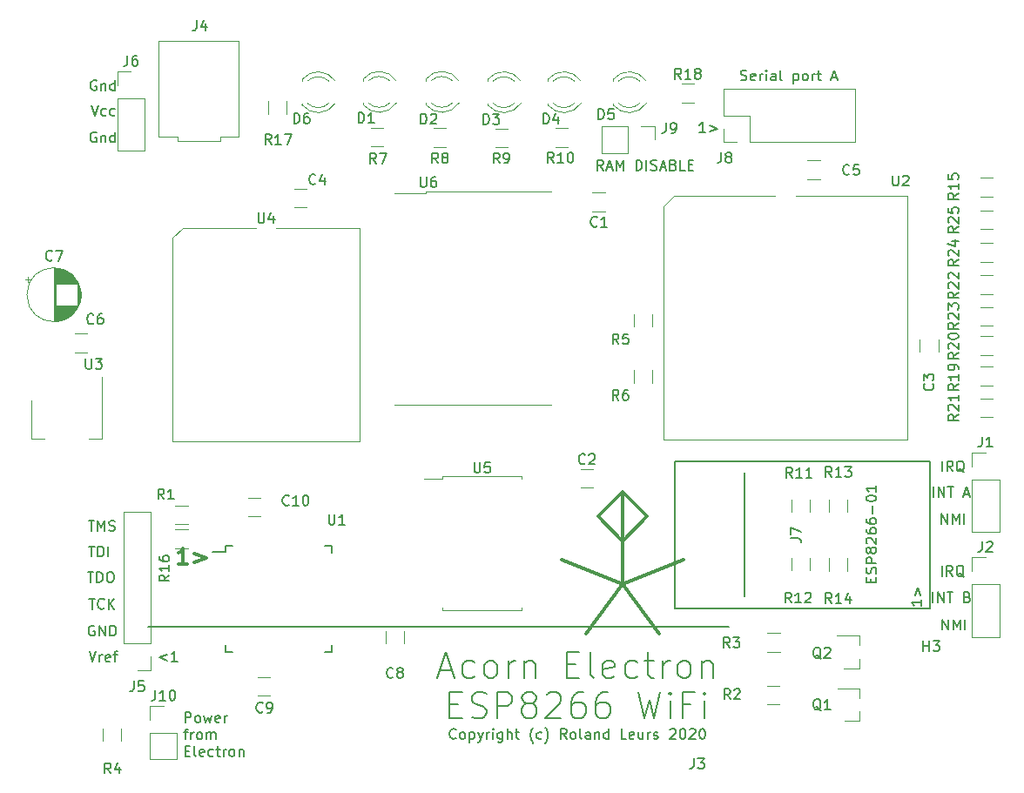
<source format=gbr>
G04 #@! TF.GenerationSoftware,KiCad,Pcbnew,(5.1.2-1)-1*
G04 #@! TF.CreationDate,2020-06-07T15:36:17+02:00*
G04 #@! TF.ProjectId,ElkWifi,456c6b57-6966-4692-9e6b-696361645f70,rev?*
G04 #@! TF.SameCoordinates,Original*
G04 #@! TF.FileFunction,Legend,Top*
G04 #@! TF.FilePolarity,Positive*
%FSLAX46Y46*%
G04 Gerber Fmt 4.6, Leading zero omitted, Abs format (unit mm)*
G04 Created by KiCad (PCBNEW (5.1.2-1)-1) date 2020-06-07 15:36:17*
%MOMM*%
%LPD*%
G04 APERTURE LIST*
%ADD10C,0.150000*%
%ADD11C,0.300000*%
%ADD12C,0.120000*%
G04 APERTURE END LIST*
D10*
X86704761Y-84585714D02*
X85942857Y-84871428D01*
X86704761Y-85157142D01*
X87704761Y-85252380D02*
X87133333Y-85252380D01*
X87419047Y-85252380D02*
X87419047Y-84252380D01*
X87323809Y-84395238D01*
X87228571Y-84490476D01*
X87133333Y-84538095D01*
X79638095Y-81800000D02*
X79542857Y-81752380D01*
X79400000Y-81752380D01*
X79257142Y-81800000D01*
X79161904Y-81895238D01*
X79114285Y-81990476D01*
X79066666Y-82180952D01*
X79066666Y-82323809D01*
X79114285Y-82514285D01*
X79161904Y-82609523D01*
X79257142Y-82704761D01*
X79400000Y-82752380D01*
X79495238Y-82752380D01*
X79638095Y-82704761D01*
X79685714Y-82657142D01*
X79685714Y-82323809D01*
X79495238Y-82323809D01*
X80114285Y-82752380D02*
X80114285Y-81752380D01*
X80685714Y-82752380D01*
X80685714Y-81752380D01*
X81161904Y-82752380D02*
X81161904Y-81752380D01*
X81400000Y-81752380D01*
X81542857Y-81800000D01*
X81638095Y-81895238D01*
X81685714Y-81990476D01*
X81733333Y-82180952D01*
X81733333Y-82323809D01*
X81685714Y-82514285D01*
X81638095Y-82609523D01*
X81542857Y-82704761D01*
X81400000Y-82752380D01*
X81161904Y-82752380D01*
X78990476Y-76552380D02*
X79561904Y-76552380D01*
X79276190Y-77552380D02*
X79276190Y-76552380D01*
X79895238Y-77552380D02*
X79895238Y-76552380D01*
X80133333Y-76552380D01*
X80276190Y-76600000D01*
X80371428Y-76695238D01*
X80419047Y-76790476D01*
X80466666Y-76980952D01*
X80466666Y-77123809D01*
X80419047Y-77314285D01*
X80371428Y-77409523D01*
X80276190Y-77504761D01*
X80133333Y-77552380D01*
X79895238Y-77552380D01*
X81085714Y-76552380D02*
X81276190Y-76552380D01*
X81371428Y-76600000D01*
X81466666Y-76695238D01*
X81514285Y-76885714D01*
X81514285Y-77219047D01*
X81466666Y-77409523D01*
X81371428Y-77504761D01*
X81276190Y-77552380D01*
X81085714Y-77552380D01*
X80990476Y-77504761D01*
X80895238Y-77409523D01*
X80847619Y-77219047D01*
X80847619Y-76885714D01*
X80895238Y-76695238D01*
X80990476Y-76600000D01*
X81085714Y-76552380D01*
X79076190Y-74052380D02*
X79647619Y-74052380D01*
X79361904Y-75052380D02*
X79361904Y-74052380D01*
X79980952Y-75052380D02*
X79980952Y-74052380D01*
X80219047Y-74052380D01*
X80361904Y-74100000D01*
X80457142Y-74195238D01*
X80504761Y-74290476D01*
X80552380Y-74480952D01*
X80552380Y-74623809D01*
X80504761Y-74814285D01*
X80457142Y-74909523D01*
X80361904Y-75004761D01*
X80219047Y-75052380D01*
X79980952Y-75052380D01*
X80980952Y-75052380D02*
X80980952Y-74052380D01*
X79066666Y-71552380D02*
X79638095Y-71552380D01*
X79352380Y-72552380D02*
X79352380Y-71552380D01*
X79971428Y-72552380D02*
X79971428Y-71552380D01*
X80304761Y-72266666D01*
X80638095Y-71552380D01*
X80638095Y-72552380D01*
X81066666Y-72504761D02*
X81209523Y-72552380D01*
X81447619Y-72552380D01*
X81542857Y-72504761D01*
X81590476Y-72457142D01*
X81638095Y-72361904D01*
X81638095Y-72266666D01*
X81590476Y-72171428D01*
X81542857Y-72123809D01*
X81447619Y-72076190D01*
X81257142Y-72028571D01*
X81161904Y-71980952D01*
X81114285Y-71933333D01*
X81066666Y-71838095D01*
X81066666Y-71742857D01*
X81114285Y-71647619D01*
X81161904Y-71600000D01*
X81257142Y-71552380D01*
X81495238Y-71552380D01*
X81638095Y-71600000D01*
X79114285Y-79152380D02*
X79685714Y-79152380D01*
X79400000Y-80152380D02*
X79400000Y-79152380D01*
X80590476Y-80057142D02*
X80542857Y-80104761D01*
X80400000Y-80152380D01*
X80304761Y-80152380D01*
X80161904Y-80104761D01*
X80066666Y-80009523D01*
X80019047Y-79914285D01*
X79971428Y-79723809D01*
X79971428Y-79580952D01*
X80019047Y-79390476D01*
X80066666Y-79295238D01*
X80161904Y-79200000D01*
X80304761Y-79152380D01*
X80400000Y-79152380D01*
X80542857Y-79200000D01*
X80590476Y-79247619D01*
X81019047Y-80152380D02*
X81019047Y-79152380D01*
X81590476Y-80152380D02*
X81161904Y-79580952D01*
X81590476Y-79152380D02*
X81019047Y-79723809D01*
D11*
X131000000Y-73542857D02*
X128619047Y-71161904D01*
X131000000Y-68780952D01*
X133380952Y-71161904D01*
X131000000Y-73542857D01*
X131000000Y-68780952D01*
X131000000Y-71809523D02*
X131000000Y-77761904D01*
X125047619Y-75380952D02*
X131000000Y-77761904D01*
X136952380Y-75380952D01*
X127428571Y-82523809D02*
X131000000Y-77761904D01*
X134571428Y-82523809D01*
X88699720Y-75763511D02*
X87842577Y-75763511D01*
X88271148Y-75763511D02*
X88271148Y-74263511D01*
X88128291Y-74477797D01*
X87985434Y-74620654D01*
X87842577Y-74692082D01*
X89342577Y-74763511D02*
X90485434Y-75192082D01*
X89342577Y-75620654D01*
D10*
X88468515Y-91177100D02*
X88468515Y-90177100D01*
X88849467Y-90177100D01*
X88944705Y-90224720D01*
X88992324Y-90272339D01*
X89039943Y-90367577D01*
X89039943Y-90510434D01*
X88992324Y-90605672D01*
X88944705Y-90653291D01*
X88849467Y-90700910D01*
X88468515Y-90700910D01*
X89611372Y-91177100D02*
X89516134Y-91129481D01*
X89468515Y-91081862D01*
X89420896Y-90986624D01*
X89420896Y-90700910D01*
X89468515Y-90605672D01*
X89516134Y-90558053D01*
X89611372Y-90510434D01*
X89754229Y-90510434D01*
X89849467Y-90558053D01*
X89897086Y-90605672D01*
X89944705Y-90700910D01*
X89944705Y-90986624D01*
X89897086Y-91081862D01*
X89849467Y-91129481D01*
X89754229Y-91177100D01*
X89611372Y-91177100D01*
X90278039Y-90510434D02*
X90468515Y-91177100D01*
X90658991Y-90700910D01*
X90849467Y-91177100D01*
X91039943Y-90510434D01*
X91801848Y-91129481D02*
X91706610Y-91177100D01*
X91516134Y-91177100D01*
X91420896Y-91129481D01*
X91373277Y-91034243D01*
X91373277Y-90653291D01*
X91420896Y-90558053D01*
X91516134Y-90510434D01*
X91706610Y-90510434D01*
X91801848Y-90558053D01*
X91849467Y-90653291D01*
X91849467Y-90748529D01*
X91373277Y-90843767D01*
X92278039Y-91177100D02*
X92278039Y-90510434D01*
X92278039Y-90700910D02*
X92325658Y-90605672D01*
X92373277Y-90558053D01*
X92468515Y-90510434D01*
X92563753Y-90510434D01*
X88325658Y-92160434D02*
X88706610Y-92160434D01*
X88468515Y-92827100D02*
X88468515Y-91969958D01*
X88516134Y-91874720D01*
X88611372Y-91827100D01*
X88706610Y-91827100D01*
X89039943Y-92827100D02*
X89039943Y-92160434D01*
X89039943Y-92350910D02*
X89087562Y-92255672D01*
X89135181Y-92208053D01*
X89230420Y-92160434D01*
X89325658Y-92160434D01*
X89801848Y-92827100D02*
X89706610Y-92779481D01*
X89658991Y-92731862D01*
X89611372Y-92636624D01*
X89611372Y-92350910D01*
X89658991Y-92255672D01*
X89706610Y-92208053D01*
X89801848Y-92160434D01*
X89944705Y-92160434D01*
X90039943Y-92208053D01*
X90087562Y-92255672D01*
X90135181Y-92350910D01*
X90135181Y-92636624D01*
X90087562Y-92731862D01*
X90039943Y-92779481D01*
X89944705Y-92827100D01*
X89801848Y-92827100D01*
X90563753Y-92827100D02*
X90563753Y-92160434D01*
X90563753Y-92255672D02*
X90611372Y-92208053D01*
X90706610Y-92160434D01*
X90849467Y-92160434D01*
X90944705Y-92208053D01*
X90992324Y-92303291D01*
X90992324Y-92827100D01*
X90992324Y-92303291D02*
X91039943Y-92208053D01*
X91135181Y-92160434D01*
X91278039Y-92160434D01*
X91373277Y-92208053D01*
X91420896Y-92303291D01*
X91420896Y-92827100D01*
X88468515Y-93953291D02*
X88801848Y-93953291D01*
X88944705Y-94477100D02*
X88468515Y-94477100D01*
X88468515Y-93477100D01*
X88944705Y-93477100D01*
X89516134Y-94477100D02*
X89420896Y-94429481D01*
X89373277Y-94334243D01*
X89373277Y-93477100D01*
X90278039Y-94429481D02*
X90182800Y-94477100D01*
X89992324Y-94477100D01*
X89897086Y-94429481D01*
X89849467Y-94334243D01*
X89849467Y-93953291D01*
X89897086Y-93858053D01*
X89992324Y-93810434D01*
X90182800Y-93810434D01*
X90278039Y-93858053D01*
X90325658Y-93953291D01*
X90325658Y-94048529D01*
X89849467Y-94143767D01*
X91182800Y-94429481D02*
X91087562Y-94477100D01*
X90897086Y-94477100D01*
X90801848Y-94429481D01*
X90754229Y-94381862D01*
X90706610Y-94286624D01*
X90706610Y-94000910D01*
X90754229Y-93905672D01*
X90801848Y-93858053D01*
X90897086Y-93810434D01*
X91087562Y-93810434D01*
X91182800Y-93858053D01*
X91468515Y-93810434D02*
X91849467Y-93810434D01*
X91611372Y-93477100D02*
X91611372Y-94334243D01*
X91658991Y-94429481D01*
X91754229Y-94477100D01*
X91849467Y-94477100D01*
X92182800Y-94477100D02*
X92182800Y-93810434D01*
X92182800Y-94000910D02*
X92230420Y-93905672D01*
X92278039Y-93858053D01*
X92373277Y-93810434D01*
X92468515Y-93810434D01*
X92944705Y-94477100D02*
X92849467Y-94429481D01*
X92801848Y-94381862D01*
X92754229Y-94286624D01*
X92754229Y-94000910D01*
X92801848Y-93905672D01*
X92849467Y-93858053D01*
X92944705Y-93810434D01*
X93087562Y-93810434D01*
X93182800Y-93858053D01*
X93230420Y-93905672D01*
X93278039Y-94000910D01*
X93278039Y-94286624D01*
X93230420Y-94381862D01*
X93182800Y-94429481D01*
X93087562Y-94477100D01*
X92944705Y-94477100D01*
X93706610Y-93810434D02*
X93706610Y-94477100D01*
X93706610Y-93905672D02*
X93754229Y-93858053D01*
X93849467Y-93810434D01*
X93992324Y-93810434D01*
X94087562Y-93858053D01*
X94135181Y-93953291D01*
X94135181Y-94477100D01*
X79831962Y-28773500D02*
X79736724Y-28725880D01*
X79593867Y-28725880D01*
X79451010Y-28773500D01*
X79355772Y-28868738D01*
X79308153Y-28963976D01*
X79260534Y-29154452D01*
X79260534Y-29297309D01*
X79308153Y-29487785D01*
X79355772Y-29583023D01*
X79451010Y-29678261D01*
X79593867Y-29725880D01*
X79689105Y-29725880D01*
X79831962Y-29678261D01*
X79879581Y-29630642D01*
X79879581Y-29297309D01*
X79689105Y-29297309D01*
X80308153Y-29059214D02*
X80308153Y-29725880D01*
X80308153Y-29154452D02*
X80355772Y-29106833D01*
X80451010Y-29059214D01*
X80593867Y-29059214D01*
X80689105Y-29106833D01*
X80736724Y-29202071D01*
X80736724Y-29725880D01*
X81641486Y-29725880D02*
X81641486Y-28725880D01*
X81641486Y-29678261D02*
X81546248Y-29725880D01*
X81355772Y-29725880D01*
X81260534Y-29678261D01*
X81212915Y-29630642D01*
X81165296Y-29535404D01*
X81165296Y-29249690D01*
X81212915Y-29154452D01*
X81260534Y-29106833D01*
X81355772Y-29059214D01*
X81546248Y-29059214D01*
X81641486Y-29106833D01*
X160076140Y-79251133D02*
X160076140Y-79822561D01*
X160076140Y-79536847D02*
X159076140Y-79536847D01*
X159218998Y-79632085D01*
X159314236Y-79727323D01*
X159361855Y-79822561D01*
X159409474Y-78822561D02*
X159695188Y-78060657D01*
X159980902Y-78822561D01*
X114794236Y-92709002D02*
X114746617Y-92756621D01*
X114603759Y-92804240D01*
X114508521Y-92804240D01*
X114365664Y-92756621D01*
X114270426Y-92661383D01*
X114222807Y-92566145D01*
X114175188Y-92375669D01*
X114175188Y-92232812D01*
X114222807Y-92042336D01*
X114270426Y-91947098D01*
X114365664Y-91851860D01*
X114508521Y-91804240D01*
X114603759Y-91804240D01*
X114746617Y-91851860D01*
X114794236Y-91899479D01*
X115365664Y-92804240D02*
X115270426Y-92756621D01*
X115222807Y-92709002D01*
X115175188Y-92613764D01*
X115175188Y-92328050D01*
X115222807Y-92232812D01*
X115270426Y-92185193D01*
X115365664Y-92137574D01*
X115508521Y-92137574D01*
X115603759Y-92185193D01*
X115651379Y-92232812D01*
X115698998Y-92328050D01*
X115698998Y-92613764D01*
X115651379Y-92709002D01*
X115603759Y-92756621D01*
X115508521Y-92804240D01*
X115365664Y-92804240D01*
X116127569Y-92137574D02*
X116127569Y-93137574D01*
X116127569Y-92185193D02*
X116222807Y-92137574D01*
X116413283Y-92137574D01*
X116508521Y-92185193D01*
X116556140Y-92232812D01*
X116603759Y-92328050D01*
X116603759Y-92613764D01*
X116556140Y-92709002D01*
X116508521Y-92756621D01*
X116413283Y-92804240D01*
X116222807Y-92804240D01*
X116127569Y-92756621D01*
X116937093Y-92137574D02*
X117175188Y-92804240D01*
X117413283Y-92137574D02*
X117175188Y-92804240D01*
X117079950Y-93042336D01*
X117032331Y-93089955D01*
X116937093Y-93137574D01*
X117794236Y-92804240D02*
X117794236Y-92137574D01*
X117794236Y-92328050D02*
X117841855Y-92232812D01*
X117889474Y-92185193D01*
X117984712Y-92137574D01*
X118079950Y-92137574D01*
X118413283Y-92804240D02*
X118413283Y-92137574D01*
X118413283Y-91804240D02*
X118365664Y-91851860D01*
X118413283Y-91899479D01*
X118460902Y-91851860D01*
X118413283Y-91804240D01*
X118413283Y-91899479D01*
X119318045Y-92137574D02*
X119318045Y-92947098D01*
X119270426Y-93042336D01*
X119222807Y-93089955D01*
X119127569Y-93137574D01*
X118984712Y-93137574D01*
X118889474Y-93089955D01*
X119318045Y-92756621D02*
X119222807Y-92804240D01*
X119032331Y-92804240D01*
X118937093Y-92756621D01*
X118889474Y-92709002D01*
X118841855Y-92613764D01*
X118841855Y-92328050D01*
X118889474Y-92232812D01*
X118937093Y-92185193D01*
X119032331Y-92137574D01*
X119222807Y-92137574D01*
X119318045Y-92185193D01*
X119794236Y-92804240D02*
X119794236Y-91804240D01*
X120222807Y-92804240D02*
X120222807Y-92280431D01*
X120175188Y-92185193D01*
X120079950Y-92137574D01*
X119937093Y-92137574D01*
X119841855Y-92185193D01*
X119794236Y-92232812D01*
X120556140Y-92137574D02*
X120937093Y-92137574D01*
X120698998Y-91804240D02*
X120698998Y-92661383D01*
X120746617Y-92756621D01*
X120841855Y-92804240D01*
X120937093Y-92804240D01*
X122318045Y-93185193D02*
X122270426Y-93137574D01*
X122175188Y-92994717D01*
X122127569Y-92899479D01*
X122079950Y-92756621D01*
X122032331Y-92518526D01*
X122032331Y-92328050D01*
X122079950Y-92089955D01*
X122127569Y-91947098D01*
X122175188Y-91851860D01*
X122270426Y-91709002D01*
X122318045Y-91661383D01*
X123127569Y-92756621D02*
X123032331Y-92804240D01*
X122841855Y-92804240D01*
X122746617Y-92756621D01*
X122698998Y-92709002D01*
X122651379Y-92613764D01*
X122651379Y-92328050D01*
X122698998Y-92232812D01*
X122746617Y-92185193D01*
X122841855Y-92137574D01*
X123032331Y-92137574D01*
X123127569Y-92185193D01*
X123460902Y-93185193D02*
X123508521Y-93137574D01*
X123603759Y-92994717D01*
X123651379Y-92899479D01*
X123698998Y-92756621D01*
X123746617Y-92518526D01*
X123746617Y-92328050D01*
X123698998Y-92089955D01*
X123651379Y-91947098D01*
X123603759Y-91851860D01*
X123508521Y-91709002D01*
X123460902Y-91661383D01*
X125556140Y-92804240D02*
X125222807Y-92328050D01*
X124984712Y-92804240D02*
X124984712Y-91804240D01*
X125365664Y-91804240D01*
X125460902Y-91851860D01*
X125508521Y-91899479D01*
X125556140Y-91994717D01*
X125556140Y-92137574D01*
X125508521Y-92232812D01*
X125460902Y-92280431D01*
X125365664Y-92328050D01*
X124984712Y-92328050D01*
X126127569Y-92804240D02*
X126032331Y-92756621D01*
X125984712Y-92709002D01*
X125937093Y-92613764D01*
X125937093Y-92328050D01*
X125984712Y-92232812D01*
X126032331Y-92185193D01*
X126127569Y-92137574D01*
X126270426Y-92137574D01*
X126365664Y-92185193D01*
X126413283Y-92232812D01*
X126460902Y-92328050D01*
X126460902Y-92613764D01*
X126413283Y-92709002D01*
X126365664Y-92756621D01*
X126270426Y-92804240D01*
X126127569Y-92804240D01*
X127032331Y-92804240D02*
X126937093Y-92756621D01*
X126889474Y-92661383D01*
X126889474Y-91804240D01*
X127841855Y-92804240D02*
X127841855Y-92280431D01*
X127794236Y-92185193D01*
X127698998Y-92137574D01*
X127508521Y-92137574D01*
X127413283Y-92185193D01*
X127841855Y-92756621D02*
X127746617Y-92804240D01*
X127508521Y-92804240D01*
X127413283Y-92756621D01*
X127365664Y-92661383D01*
X127365664Y-92566145D01*
X127413283Y-92470907D01*
X127508521Y-92423288D01*
X127746617Y-92423288D01*
X127841855Y-92375669D01*
X128318045Y-92137574D02*
X128318045Y-92804240D01*
X128318045Y-92232812D02*
X128365664Y-92185193D01*
X128460902Y-92137574D01*
X128603759Y-92137574D01*
X128698998Y-92185193D01*
X128746617Y-92280431D01*
X128746617Y-92804240D01*
X129651379Y-92804240D02*
X129651379Y-91804240D01*
X129651379Y-92756621D02*
X129556140Y-92804240D01*
X129365664Y-92804240D01*
X129270426Y-92756621D01*
X129222807Y-92709002D01*
X129175188Y-92613764D01*
X129175188Y-92328050D01*
X129222807Y-92232812D01*
X129270426Y-92185193D01*
X129365664Y-92137574D01*
X129556140Y-92137574D01*
X129651379Y-92185193D01*
X131365664Y-92804240D02*
X130889474Y-92804240D01*
X130889474Y-91804240D01*
X132079950Y-92756621D02*
X131984712Y-92804240D01*
X131794236Y-92804240D01*
X131698998Y-92756621D01*
X131651379Y-92661383D01*
X131651379Y-92280431D01*
X131698998Y-92185193D01*
X131794236Y-92137574D01*
X131984712Y-92137574D01*
X132079950Y-92185193D01*
X132127569Y-92280431D01*
X132127569Y-92375669D01*
X131651379Y-92470907D01*
X132984712Y-92137574D02*
X132984712Y-92804240D01*
X132556140Y-92137574D02*
X132556140Y-92661383D01*
X132603760Y-92756621D01*
X132698998Y-92804240D01*
X132841855Y-92804240D01*
X132937093Y-92756621D01*
X132984712Y-92709002D01*
X133460902Y-92804240D02*
X133460902Y-92137574D01*
X133460902Y-92328050D02*
X133508521Y-92232812D01*
X133556140Y-92185193D01*
X133651379Y-92137574D01*
X133746617Y-92137574D01*
X134032331Y-92756621D02*
X134127569Y-92804240D01*
X134318045Y-92804240D01*
X134413283Y-92756621D01*
X134460902Y-92661383D01*
X134460902Y-92613764D01*
X134413283Y-92518526D01*
X134318045Y-92470907D01*
X134175188Y-92470907D01*
X134079950Y-92423288D01*
X134032331Y-92328050D01*
X134032331Y-92280431D01*
X134079950Y-92185193D01*
X134175188Y-92137574D01*
X134318045Y-92137574D01*
X134413283Y-92185193D01*
X135603760Y-91899479D02*
X135651379Y-91851860D01*
X135746617Y-91804240D01*
X135984712Y-91804240D01*
X136079950Y-91851860D01*
X136127569Y-91899479D01*
X136175188Y-91994717D01*
X136175188Y-92089955D01*
X136127569Y-92232812D01*
X135556140Y-92804240D01*
X136175188Y-92804240D01*
X136794236Y-91804240D02*
X136889474Y-91804240D01*
X136984712Y-91851860D01*
X137032331Y-91899479D01*
X137079950Y-91994717D01*
X137127569Y-92185193D01*
X137127569Y-92423288D01*
X137079950Y-92613764D01*
X137032331Y-92709002D01*
X136984712Y-92756621D01*
X136889474Y-92804240D01*
X136794236Y-92804240D01*
X136698998Y-92756621D01*
X136651379Y-92709002D01*
X136603760Y-92613764D01*
X136556140Y-92423288D01*
X136556140Y-92185193D01*
X136603760Y-91994717D01*
X136651379Y-91899479D01*
X136698998Y-91851860D01*
X136794236Y-91804240D01*
X137508521Y-91899479D02*
X137556140Y-91851860D01*
X137651379Y-91804240D01*
X137889474Y-91804240D01*
X137984712Y-91851860D01*
X138032331Y-91899479D01*
X138079950Y-91994717D01*
X138079950Y-92089955D01*
X138032331Y-92232812D01*
X137460902Y-92804240D01*
X138079950Y-92804240D01*
X138698998Y-91804240D02*
X138794236Y-91804240D01*
X138889474Y-91851860D01*
X138937093Y-91899479D01*
X138984712Y-91994717D01*
X139032331Y-92185193D01*
X139032331Y-92423288D01*
X138984712Y-92613764D01*
X138937093Y-92709002D01*
X138889474Y-92756621D01*
X138794236Y-92804240D01*
X138698998Y-92804240D01*
X138603760Y-92756621D01*
X138556140Y-92709002D01*
X138508521Y-92613764D01*
X138460902Y-92423288D01*
X138460902Y-92185193D01*
X138508521Y-91994717D01*
X138556140Y-91899479D01*
X138603760Y-91851860D01*
X138698998Y-91804240D01*
X113234866Y-86147466D02*
X114425342Y-86147466D01*
X112996771Y-86861752D02*
X113830104Y-84361752D01*
X114663438Y-86861752D01*
X116568200Y-86742704D02*
X116330104Y-86861752D01*
X115853914Y-86861752D01*
X115615819Y-86742704D01*
X115496771Y-86623657D01*
X115377723Y-86385561D01*
X115377723Y-85671276D01*
X115496771Y-85433180D01*
X115615819Y-85314133D01*
X115853914Y-85195085D01*
X116330104Y-85195085D01*
X116568200Y-85314133D01*
X117996771Y-86861752D02*
X117758676Y-86742704D01*
X117639628Y-86623657D01*
X117520580Y-86385561D01*
X117520580Y-85671276D01*
X117639628Y-85433180D01*
X117758676Y-85314133D01*
X117996771Y-85195085D01*
X118353914Y-85195085D01*
X118592009Y-85314133D01*
X118711057Y-85433180D01*
X118830104Y-85671276D01*
X118830104Y-86385561D01*
X118711057Y-86623657D01*
X118592009Y-86742704D01*
X118353914Y-86861752D01*
X117996771Y-86861752D01*
X119901533Y-86861752D02*
X119901533Y-85195085D01*
X119901533Y-85671276D02*
X120020580Y-85433180D01*
X120139628Y-85314133D01*
X120377723Y-85195085D01*
X120615819Y-85195085D01*
X121449152Y-85195085D02*
X121449152Y-86861752D01*
X121449152Y-85433180D02*
X121568200Y-85314133D01*
X121806295Y-85195085D01*
X122163438Y-85195085D01*
X122401533Y-85314133D01*
X122520580Y-85552228D01*
X122520580Y-86861752D01*
X125615819Y-85552228D02*
X126449152Y-85552228D01*
X126806295Y-86861752D02*
X125615819Y-86861752D01*
X125615819Y-84361752D01*
X126806295Y-84361752D01*
X128234866Y-86861752D02*
X127996771Y-86742704D01*
X127877723Y-86504609D01*
X127877723Y-84361752D01*
X130139628Y-86742704D02*
X129901533Y-86861752D01*
X129425342Y-86861752D01*
X129187247Y-86742704D01*
X129068200Y-86504609D01*
X129068200Y-85552228D01*
X129187247Y-85314133D01*
X129425342Y-85195085D01*
X129901533Y-85195085D01*
X130139628Y-85314133D01*
X130258676Y-85552228D01*
X130258676Y-85790323D01*
X129068200Y-86028419D01*
X132401533Y-86742704D02*
X132163438Y-86861752D01*
X131687247Y-86861752D01*
X131449152Y-86742704D01*
X131330104Y-86623657D01*
X131211057Y-86385561D01*
X131211057Y-85671276D01*
X131330104Y-85433180D01*
X131449152Y-85314133D01*
X131687247Y-85195085D01*
X132163438Y-85195085D01*
X132401533Y-85314133D01*
X133115819Y-85195085D02*
X134068200Y-85195085D01*
X133472961Y-84361752D02*
X133472961Y-86504609D01*
X133592009Y-86742704D01*
X133830104Y-86861752D01*
X134068200Y-86861752D01*
X134901533Y-86861752D02*
X134901533Y-85195085D01*
X134901533Y-85671276D02*
X135020580Y-85433180D01*
X135139628Y-85314133D01*
X135377723Y-85195085D01*
X135615819Y-85195085D01*
X136806295Y-86861752D02*
X136568200Y-86742704D01*
X136449152Y-86623657D01*
X136330104Y-86385561D01*
X136330104Y-85671276D01*
X136449152Y-85433180D01*
X136568200Y-85314133D01*
X136806295Y-85195085D01*
X137163438Y-85195085D01*
X137401533Y-85314133D01*
X137520580Y-85433180D01*
X137639628Y-85671276D01*
X137639628Y-86385561D01*
X137520580Y-86623657D01*
X137401533Y-86742704D01*
X137163438Y-86861752D01*
X136806295Y-86861752D01*
X138711057Y-85195085D02*
X138711057Y-86861752D01*
X138711057Y-85433180D02*
X138830104Y-85314133D01*
X139068200Y-85195085D01*
X139425342Y-85195085D01*
X139663438Y-85314133D01*
X139782485Y-85552228D01*
X139782485Y-86861752D01*
X114187247Y-89452228D02*
X115020580Y-89452228D01*
X115377723Y-90761752D02*
X114187247Y-90761752D01*
X114187247Y-88261752D01*
X115377723Y-88261752D01*
X116330104Y-90642704D02*
X116687247Y-90761752D01*
X117282485Y-90761752D01*
X117520580Y-90642704D01*
X117639628Y-90523657D01*
X117758676Y-90285561D01*
X117758676Y-90047466D01*
X117639628Y-89809371D01*
X117520580Y-89690323D01*
X117282485Y-89571276D01*
X116806295Y-89452228D01*
X116568200Y-89333180D01*
X116449152Y-89214133D01*
X116330104Y-88976038D01*
X116330104Y-88737942D01*
X116449152Y-88499847D01*
X116568200Y-88380800D01*
X116806295Y-88261752D01*
X117401533Y-88261752D01*
X117758676Y-88380800D01*
X118830104Y-90761752D02*
X118830104Y-88261752D01*
X119782485Y-88261752D01*
X120020580Y-88380800D01*
X120139628Y-88499847D01*
X120258676Y-88737942D01*
X120258676Y-89095085D01*
X120139628Y-89333180D01*
X120020580Y-89452228D01*
X119782485Y-89571276D01*
X118830104Y-89571276D01*
X121687247Y-89333180D02*
X121449152Y-89214133D01*
X121330104Y-89095085D01*
X121211057Y-88856990D01*
X121211057Y-88737942D01*
X121330104Y-88499847D01*
X121449152Y-88380800D01*
X121687247Y-88261752D01*
X122163438Y-88261752D01*
X122401533Y-88380800D01*
X122520580Y-88499847D01*
X122639628Y-88737942D01*
X122639628Y-88856990D01*
X122520580Y-89095085D01*
X122401533Y-89214133D01*
X122163438Y-89333180D01*
X121687247Y-89333180D01*
X121449152Y-89452228D01*
X121330104Y-89571276D01*
X121211057Y-89809371D01*
X121211057Y-90285561D01*
X121330104Y-90523657D01*
X121449152Y-90642704D01*
X121687247Y-90761752D01*
X122163438Y-90761752D01*
X122401533Y-90642704D01*
X122520580Y-90523657D01*
X122639628Y-90285561D01*
X122639628Y-89809371D01*
X122520580Y-89571276D01*
X122401533Y-89452228D01*
X122163438Y-89333180D01*
X123592009Y-88499847D02*
X123711057Y-88380800D01*
X123949152Y-88261752D01*
X124544390Y-88261752D01*
X124782485Y-88380800D01*
X124901533Y-88499847D01*
X125020580Y-88737942D01*
X125020580Y-88976038D01*
X124901533Y-89333180D01*
X123472961Y-90761752D01*
X125020580Y-90761752D01*
X127163438Y-88261752D02*
X126687247Y-88261752D01*
X126449152Y-88380800D01*
X126330104Y-88499847D01*
X126092009Y-88856990D01*
X125972961Y-89333180D01*
X125972961Y-90285561D01*
X126092009Y-90523657D01*
X126211057Y-90642704D01*
X126449152Y-90761752D01*
X126925342Y-90761752D01*
X127163438Y-90642704D01*
X127282485Y-90523657D01*
X127401533Y-90285561D01*
X127401533Y-89690323D01*
X127282485Y-89452228D01*
X127163438Y-89333180D01*
X126925342Y-89214133D01*
X126449152Y-89214133D01*
X126211057Y-89333180D01*
X126092009Y-89452228D01*
X125972961Y-89690323D01*
X129544390Y-88261752D02*
X129068200Y-88261752D01*
X128830104Y-88380800D01*
X128711057Y-88499847D01*
X128472961Y-88856990D01*
X128353914Y-89333180D01*
X128353914Y-90285561D01*
X128472961Y-90523657D01*
X128592009Y-90642704D01*
X128830104Y-90761752D01*
X129306295Y-90761752D01*
X129544390Y-90642704D01*
X129663438Y-90523657D01*
X129782485Y-90285561D01*
X129782485Y-89690323D01*
X129663438Y-89452228D01*
X129544390Y-89333180D01*
X129306295Y-89214133D01*
X128830104Y-89214133D01*
X128592009Y-89333180D01*
X128472961Y-89452228D01*
X128353914Y-89690323D01*
X132520580Y-88261752D02*
X133115819Y-90761752D01*
X133592009Y-88976038D01*
X134068200Y-90761752D01*
X134663438Y-88261752D01*
X135615819Y-90761752D02*
X135615819Y-89095085D01*
X135615819Y-88261752D02*
X135496771Y-88380800D01*
X135615819Y-88499847D01*
X135734866Y-88380800D01*
X135615819Y-88261752D01*
X135615819Y-88499847D01*
X137639628Y-89452228D02*
X136806295Y-89452228D01*
X136806295Y-90761752D02*
X136806295Y-88261752D01*
X137996771Y-88261752D01*
X138949152Y-90761752D02*
X138949152Y-89095085D01*
X138949152Y-88261752D02*
X138830104Y-88380800D01*
X138949152Y-88499847D01*
X139068200Y-88380800D01*
X138949152Y-88261752D01*
X138949152Y-88499847D01*
X79142857Y-84270600D02*
X79476190Y-85270600D01*
X79809523Y-84270600D01*
X80142857Y-85270600D02*
X80142857Y-84603934D01*
X80142857Y-84794410D02*
X80190476Y-84699172D01*
X80238095Y-84651553D01*
X80333333Y-84603934D01*
X80428571Y-84603934D01*
X81142857Y-85222981D02*
X81047619Y-85270600D01*
X80857142Y-85270600D01*
X80761904Y-85222981D01*
X80714285Y-85127743D01*
X80714285Y-84746791D01*
X80761904Y-84651553D01*
X80857142Y-84603934D01*
X81047619Y-84603934D01*
X81142857Y-84651553D01*
X81190476Y-84746791D01*
X81190476Y-84842029D01*
X80714285Y-84937267D01*
X81476190Y-84603934D02*
X81857142Y-84603934D01*
X81619047Y-85270600D02*
X81619047Y-84413458D01*
X81666666Y-84318220D01*
X81761904Y-84270600D01*
X81857142Y-84270600D01*
X79819262Y-33800160D02*
X79724024Y-33752540D01*
X79581167Y-33752540D01*
X79438310Y-33800160D01*
X79343072Y-33895398D01*
X79295453Y-33990636D01*
X79247834Y-34181112D01*
X79247834Y-34323969D01*
X79295453Y-34514445D01*
X79343072Y-34609683D01*
X79438310Y-34704921D01*
X79581167Y-34752540D01*
X79676405Y-34752540D01*
X79819262Y-34704921D01*
X79866881Y-34657302D01*
X79866881Y-34323969D01*
X79676405Y-34323969D01*
X80295453Y-34085874D02*
X80295453Y-34752540D01*
X80295453Y-34181112D02*
X80343072Y-34133493D01*
X80438310Y-34085874D01*
X80581167Y-34085874D01*
X80676405Y-34133493D01*
X80724024Y-34228731D01*
X80724024Y-34752540D01*
X81628786Y-34752540D02*
X81628786Y-33752540D01*
X81628786Y-34704921D02*
X81533548Y-34752540D01*
X81343072Y-34752540D01*
X81247834Y-34704921D01*
X81200215Y-34657302D01*
X81152596Y-34562064D01*
X81152596Y-34276350D01*
X81200215Y-34181112D01*
X81247834Y-34133493D01*
X81343072Y-34085874D01*
X81533548Y-34085874D01*
X81628786Y-34133493D01*
X79342763Y-31161740D02*
X79676097Y-32161740D01*
X80009430Y-31161740D01*
X80771335Y-32114121D02*
X80676097Y-32161740D01*
X80485620Y-32161740D01*
X80390382Y-32114121D01*
X80342763Y-32066502D01*
X80295144Y-31971264D01*
X80295144Y-31685550D01*
X80342763Y-31590312D01*
X80390382Y-31542693D01*
X80485620Y-31495074D01*
X80676097Y-31495074D01*
X80771335Y-31542693D01*
X81628478Y-32114121D02*
X81533240Y-32161740D01*
X81342763Y-32161740D01*
X81247525Y-32114121D01*
X81199906Y-32066502D01*
X81152287Y-31971264D01*
X81152287Y-31685550D01*
X81199906Y-31590312D01*
X81247525Y-31542693D01*
X81342763Y-31495074D01*
X81533240Y-31495074D01*
X81628478Y-31542693D01*
X139039006Y-33805120D02*
X138467578Y-33805120D01*
X138753292Y-33805120D02*
X138753292Y-32805120D01*
X138658054Y-32947978D01*
X138562816Y-33043216D01*
X138467578Y-33090835D01*
X139467578Y-33138454D02*
X140229482Y-33424168D01*
X139467578Y-33709882D01*
X161214014Y-69258440D02*
X161214014Y-68258440D01*
X161690204Y-69258440D02*
X161690204Y-68258440D01*
X162261633Y-69258440D01*
X162261633Y-68258440D01*
X162594966Y-68258440D02*
X163166395Y-68258440D01*
X162880680Y-69258440D02*
X162880680Y-68258440D01*
X164214014Y-68972726D02*
X164690204Y-68972726D01*
X164118776Y-69258440D02*
X164452109Y-68258440D01*
X164785442Y-69258440D01*
X161157825Y-79504800D02*
X161157825Y-78504800D01*
X161634016Y-79504800D02*
X161634016Y-78504800D01*
X162205444Y-79504800D01*
X162205444Y-78504800D01*
X162538778Y-78504800D02*
X163110206Y-78504800D01*
X162824492Y-79504800D02*
X162824492Y-78504800D01*
X164538778Y-78980991D02*
X164681635Y-79028610D01*
X164729254Y-79076229D01*
X164776873Y-79171467D01*
X164776873Y-79314324D01*
X164729254Y-79409562D01*
X164681635Y-79457181D01*
X164586397Y-79504800D01*
X164205444Y-79504800D01*
X164205444Y-78504800D01*
X164538778Y-78504800D01*
X164634016Y-78552420D01*
X164681635Y-78600039D01*
X164729254Y-78695277D01*
X164729254Y-78790515D01*
X164681635Y-78885753D01*
X164634016Y-78933372D01*
X164538778Y-78980991D01*
X164205444Y-78980991D01*
X162097221Y-82166720D02*
X162097221Y-81166720D01*
X162668650Y-82166720D01*
X162668650Y-81166720D01*
X163144840Y-82166720D02*
X163144840Y-81166720D01*
X163478174Y-81881006D01*
X163811507Y-81166720D01*
X163811507Y-82166720D01*
X164287698Y-82166720D02*
X164287698Y-81166720D01*
X162018481Y-71877180D02*
X162018481Y-70877180D01*
X162589910Y-71877180D01*
X162589910Y-70877180D01*
X163066100Y-71877180D02*
X163066100Y-70877180D01*
X163399434Y-71591466D01*
X163732767Y-70877180D01*
X163732767Y-71877180D01*
X164208958Y-71877180D02*
X164208958Y-70877180D01*
X162039110Y-76931780D02*
X162039110Y-75931780D01*
X163086729Y-76931780D02*
X162753396Y-76455590D01*
X162515300Y-76931780D02*
X162515300Y-75931780D01*
X162896253Y-75931780D01*
X162991491Y-75979400D01*
X163039110Y-76027019D01*
X163086729Y-76122257D01*
X163086729Y-76265114D01*
X163039110Y-76360352D01*
X162991491Y-76407971D01*
X162896253Y-76455590D01*
X162515300Y-76455590D01*
X164181967Y-77027019D02*
X164086729Y-76979400D01*
X163991491Y-76884161D01*
X163848634Y-76741304D01*
X163753396Y-76693685D01*
X163658158Y-76693685D01*
X163705777Y-76931780D02*
X163610539Y-76884161D01*
X163515300Y-76788923D01*
X163467681Y-76598447D01*
X163467681Y-76265114D01*
X163515300Y-76074638D01*
X163610539Y-75979400D01*
X163705777Y-75931780D01*
X163896253Y-75931780D01*
X163991491Y-75979400D01*
X164086729Y-76074638D01*
X164134348Y-76265114D01*
X164134348Y-76598447D01*
X164086729Y-76788923D01*
X163991491Y-76884161D01*
X163896253Y-76931780D01*
X163705777Y-76931780D01*
X162064510Y-66754000D02*
X162064510Y-65754000D01*
X163112129Y-66754000D02*
X162778796Y-66277810D01*
X162540700Y-66754000D02*
X162540700Y-65754000D01*
X162921653Y-65754000D01*
X163016891Y-65801620D01*
X163064510Y-65849239D01*
X163112129Y-65944477D01*
X163112129Y-66087334D01*
X163064510Y-66182572D01*
X163016891Y-66230191D01*
X162921653Y-66277810D01*
X162540700Y-66277810D01*
X164207367Y-66849239D02*
X164112129Y-66801620D01*
X164016891Y-66706381D01*
X163874034Y-66563524D01*
X163778796Y-66515905D01*
X163683558Y-66515905D01*
X163731177Y-66754000D02*
X163635939Y-66706381D01*
X163540700Y-66611143D01*
X163493081Y-66420667D01*
X163493081Y-66087334D01*
X163540700Y-65896858D01*
X163635939Y-65801620D01*
X163731177Y-65754000D01*
X163921653Y-65754000D01*
X164016891Y-65801620D01*
X164112129Y-65896858D01*
X164159748Y-66087334D01*
X164159748Y-66420667D01*
X164112129Y-66611143D01*
X164016891Y-66706381D01*
X163921653Y-66754000D01*
X163731177Y-66754000D01*
X142488233Y-28692741D02*
X142631090Y-28740360D01*
X142869185Y-28740360D01*
X142964423Y-28692741D01*
X143012042Y-28645122D01*
X143059661Y-28549884D01*
X143059661Y-28454646D01*
X143012042Y-28359408D01*
X142964423Y-28311789D01*
X142869185Y-28264170D01*
X142678709Y-28216551D01*
X142583471Y-28168932D01*
X142535852Y-28121313D01*
X142488233Y-28026075D01*
X142488233Y-27930837D01*
X142535852Y-27835599D01*
X142583471Y-27787980D01*
X142678709Y-27740360D01*
X142916804Y-27740360D01*
X143059661Y-27787980D01*
X143869185Y-28692741D02*
X143773947Y-28740360D01*
X143583471Y-28740360D01*
X143488233Y-28692741D01*
X143440614Y-28597503D01*
X143440614Y-28216551D01*
X143488233Y-28121313D01*
X143583471Y-28073694D01*
X143773947Y-28073694D01*
X143869185Y-28121313D01*
X143916804Y-28216551D01*
X143916804Y-28311789D01*
X143440614Y-28407027D01*
X144345376Y-28740360D02*
X144345376Y-28073694D01*
X144345376Y-28264170D02*
X144392995Y-28168932D01*
X144440614Y-28121313D01*
X144535852Y-28073694D01*
X144631090Y-28073694D01*
X144964423Y-28740360D02*
X144964423Y-28073694D01*
X144964423Y-27740360D02*
X144916804Y-27787980D01*
X144964423Y-27835599D01*
X145012042Y-27787980D01*
X144964423Y-27740360D01*
X144964423Y-27835599D01*
X145869185Y-28740360D02*
X145869185Y-28216551D01*
X145821566Y-28121313D01*
X145726328Y-28073694D01*
X145535852Y-28073694D01*
X145440614Y-28121313D01*
X145869185Y-28692741D02*
X145773947Y-28740360D01*
X145535852Y-28740360D01*
X145440614Y-28692741D01*
X145392995Y-28597503D01*
X145392995Y-28502265D01*
X145440614Y-28407027D01*
X145535852Y-28359408D01*
X145773947Y-28359408D01*
X145869185Y-28311789D01*
X146488233Y-28740360D02*
X146392995Y-28692741D01*
X146345376Y-28597503D01*
X146345376Y-27740360D01*
X147631090Y-28073694D02*
X147631090Y-29073694D01*
X147631090Y-28121313D02*
X147726328Y-28073694D01*
X147916804Y-28073694D01*
X148012042Y-28121313D01*
X148059661Y-28168932D01*
X148107280Y-28264170D01*
X148107280Y-28549884D01*
X148059661Y-28645122D01*
X148012042Y-28692741D01*
X147916804Y-28740360D01*
X147726328Y-28740360D01*
X147631090Y-28692741D01*
X148678709Y-28740360D02*
X148583471Y-28692741D01*
X148535852Y-28645122D01*
X148488233Y-28549884D01*
X148488233Y-28264170D01*
X148535852Y-28168932D01*
X148583471Y-28121313D01*
X148678709Y-28073694D01*
X148821566Y-28073694D01*
X148916804Y-28121313D01*
X148964423Y-28168932D01*
X149012042Y-28264170D01*
X149012042Y-28549884D01*
X148964423Y-28645122D01*
X148916804Y-28692741D01*
X148821566Y-28740360D01*
X148678709Y-28740360D01*
X149440614Y-28740360D02*
X149440614Y-28073694D01*
X149440614Y-28264170D02*
X149488233Y-28168932D01*
X149535852Y-28121313D01*
X149631090Y-28073694D01*
X149726328Y-28073694D01*
X149916804Y-28073694D02*
X150297757Y-28073694D01*
X150059661Y-27740360D02*
X150059661Y-28597503D01*
X150107280Y-28692741D01*
X150202519Y-28740360D01*
X150297757Y-28740360D01*
X151345376Y-28454646D02*
X151821566Y-28454646D01*
X151250138Y-28740360D02*
X151583471Y-27740360D01*
X151916804Y-28740360D01*
X129128711Y-37485580D02*
X128795378Y-37009390D01*
X128557282Y-37485580D02*
X128557282Y-36485580D01*
X128938235Y-36485580D01*
X129033473Y-36533200D01*
X129081092Y-36580819D01*
X129128711Y-36676057D01*
X129128711Y-36818914D01*
X129081092Y-36914152D01*
X129033473Y-36961771D01*
X128938235Y-37009390D01*
X128557282Y-37009390D01*
X129509663Y-37199866D02*
X129985854Y-37199866D01*
X129414425Y-37485580D02*
X129747759Y-36485580D01*
X130081092Y-37485580D01*
X130414425Y-37485580D02*
X130414425Y-36485580D01*
X130747759Y-37199866D01*
X131081092Y-36485580D01*
X131081092Y-37485580D01*
X132319187Y-37485580D02*
X132319187Y-36485580D01*
X132557282Y-36485580D01*
X132700140Y-36533200D01*
X132795378Y-36628438D01*
X132842997Y-36723676D01*
X132890616Y-36914152D01*
X132890616Y-37057009D01*
X132842997Y-37247485D01*
X132795378Y-37342723D01*
X132700140Y-37437961D01*
X132557282Y-37485580D01*
X132319187Y-37485580D01*
X133319187Y-37485580D02*
X133319187Y-36485580D01*
X133747759Y-37437961D02*
X133890616Y-37485580D01*
X134128711Y-37485580D01*
X134223949Y-37437961D01*
X134271568Y-37390342D01*
X134319187Y-37295104D01*
X134319187Y-37199866D01*
X134271568Y-37104628D01*
X134223949Y-37057009D01*
X134128711Y-37009390D01*
X133938235Y-36961771D01*
X133842997Y-36914152D01*
X133795378Y-36866533D01*
X133747759Y-36771295D01*
X133747759Y-36676057D01*
X133795378Y-36580819D01*
X133842997Y-36533200D01*
X133938235Y-36485580D01*
X134176330Y-36485580D01*
X134319187Y-36533200D01*
X134700140Y-37199866D02*
X135176330Y-37199866D01*
X134604901Y-37485580D02*
X134938235Y-36485580D01*
X135271568Y-37485580D01*
X135938235Y-36961771D02*
X136081092Y-37009390D01*
X136128711Y-37057009D01*
X136176330Y-37152247D01*
X136176330Y-37295104D01*
X136128711Y-37390342D01*
X136081092Y-37437961D01*
X135985854Y-37485580D01*
X135604901Y-37485580D01*
X135604901Y-36485580D01*
X135938235Y-36485580D01*
X136033473Y-36533200D01*
X136081092Y-36580819D01*
X136128711Y-36676057D01*
X136128711Y-36771295D01*
X136081092Y-36866533D01*
X136033473Y-36914152D01*
X135938235Y-36961771D01*
X135604901Y-36961771D01*
X137081092Y-37485580D02*
X136604901Y-37485580D01*
X136604901Y-36485580D01*
X137414425Y-36961771D02*
X137747759Y-36961771D01*
X137890616Y-37485580D02*
X137414425Y-37485580D01*
X137414425Y-36485580D01*
X137890616Y-36485580D01*
D12*
X73142625Y-47855800D02*
X73142625Y-48355800D01*
X72892625Y-48105800D02*
X73392625Y-48105800D01*
X78298400Y-49296800D02*
X78298400Y-49864800D01*
X78258400Y-49062800D02*
X78258400Y-50098800D01*
X78218400Y-48903800D02*
X78218400Y-50257800D01*
X78178400Y-48775800D02*
X78178400Y-50385800D01*
X78138400Y-48665800D02*
X78138400Y-50495800D01*
X78098400Y-48569800D02*
X78098400Y-50591800D01*
X78058400Y-48482800D02*
X78058400Y-50678800D01*
X78018400Y-48402800D02*
X78018400Y-50758800D01*
X77978400Y-50620800D02*
X77978400Y-50831800D01*
X77978400Y-48329800D02*
X77978400Y-48540800D01*
X77938400Y-50620800D02*
X77938400Y-50899800D01*
X77938400Y-48261800D02*
X77938400Y-48540800D01*
X77898400Y-50620800D02*
X77898400Y-50963800D01*
X77898400Y-48197800D02*
X77898400Y-48540800D01*
X77858400Y-50620800D02*
X77858400Y-51023800D01*
X77858400Y-48137800D02*
X77858400Y-48540800D01*
X77818400Y-50620800D02*
X77818400Y-51080800D01*
X77818400Y-48080800D02*
X77818400Y-48540800D01*
X77778400Y-50620800D02*
X77778400Y-51134800D01*
X77778400Y-48026800D02*
X77778400Y-48540800D01*
X77738400Y-50620800D02*
X77738400Y-51185800D01*
X77738400Y-47975800D02*
X77738400Y-48540800D01*
X77698400Y-50620800D02*
X77698400Y-51233800D01*
X77698400Y-47927800D02*
X77698400Y-48540800D01*
X77658400Y-50620800D02*
X77658400Y-51279800D01*
X77658400Y-47881800D02*
X77658400Y-48540800D01*
X77618400Y-50620800D02*
X77618400Y-51323800D01*
X77618400Y-47837800D02*
X77618400Y-48540800D01*
X77578400Y-50620800D02*
X77578400Y-51365800D01*
X77578400Y-47795800D02*
X77578400Y-48540800D01*
X77538400Y-50620800D02*
X77538400Y-51406800D01*
X77538400Y-47754800D02*
X77538400Y-48540800D01*
X77498400Y-50620800D02*
X77498400Y-51444800D01*
X77498400Y-47716800D02*
X77498400Y-48540800D01*
X77458400Y-50620800D02*
X77458400Y-51481800D01*
X77458400Y-47679800D02*
X77458400Y-48540800D01*
X77418400Y-50620800D02*
X77418400Y-51517800D01*
X77418400Y-47643800D02*
X77418400Y-48540800D01*
X77378400Y-50620800D02*
X77378400Y-51551800D01*
X77378400Y-47609800D02*
X77378400Y-48540800D01*
X77338400Y-50620800D02*
X77338400Y-51584800D01*
X77338400Y-47576800D02*
X77338400Y-48540800D01*
X77298400Y-50620800D02*
X77298400Y-51615800D01*
X77298400Y-47545800D02*
X77298400Y-48540800D01*
X77258400Y-50620800D02*
X77258400Y-51645800D01*
X77258400Y-47515800D02*
X77258400Y-48540800D01*
X77218400Y-50620800D02*
X77218400Y-51675800D01*
X77218400Y-47485800D02*
X77218400Y-48540800D01*
X77178400Y-50620800D02*
X77178400Y-51702800D01*
X77178400Y-47458800D02*
X77178400Y-48540800D01*
X77138400Y-50620800D02*
X77138400Y-51729800D01*
X77138400Y-47431800D02*
X77138400Y-48540800D01*
X77098400Y-50620800D02*
X77098400Y-51755800D01*
X77098400Y-47405800D02*
X77098400Y-48540800D01*
X77058400Y-50620800D02*
X77058400Y-51780800D01*
X77058400Y-47380800D02*
X77058400Y-48540800D01*
X77018400Y-50620800D02*
X77018400Y-51804800D01*
X77018400Y-47356800D02*
X77018400Y-48540800D01*
X76978400Y-50620800D02*
X76978400Y-51827800D01*
X76978400Y-47333800D02*
X76978400Y-48540800D01*
X76938400Y-50620800D02*
X76938400Y-51848800D01*
X76938400Y-47312800D02*
X76938400Y-48540800D01*
X76898400Y-50620800D02*
X76898400Y-51870800D01*
X76898400Y-47290800D02*
X76898400Y-48540800D01*
X76858400Y-50620800D02*
X76858400Y-51890800D01*
X76858400Y-47270800D02*
X76858400Y-48540800D01*
X76818400Y-50620800D02*
X76818400Y-51909800D01*
X76818400Y-47251800D02*
X76818400Y-48540800D01*
X76778400Y-50620800D02*
X76778400Y-51928800D01*
X76778400Y-47232800D02*
X76778400Y-48540800D01*
X76738400Y-50620800D02*
X76738400Y-51945800D01*
X76738400Y-47215800D02*
X76738400Y-48540800D01*
X76698400Y-50620800D02*
X76698400Y-51962800D01*
X76698400Y-47198800D02*
X76698400Y-48540800D01*
X76658400Y-50620800D02*
X76658400Y-51978800D01*
X76658400Y-47182800D02*
X76658400Y-48540800D01*
X76618400Y-50620800D02*
X76618400Y-51994800D01*
X76618400Y-47166800D02*
X76618400Y-48540800D01*
X76578400Y-50620800D02*
X76578400Y-52008800D01*
X76578400Y-47152800D02*
X76578400Y-48540800D01*
X76538400Y-50620800D02*
X76538400Y-52022800D01*
X76538400Y-47138800D02*
X76538400Y-48540800D01*
X76498400Y-50620800D02*
X76498400Y-52035800D01*
X76498400Y-47125800D02*
X76498400Y-48540800D01*
X76458400Y-50620800D02*
X76458400Y-52048800D01*
X76458400Y-47112800D02*
X76458400Y-48540800D01*
X76418400Y-50620800D02*
X76418400Y-52060800D01*
X76418400Y-47100800D02*
X76418400Y-48540800D01*
X76377400Y-50620800D02*
X76377400Y-52071800D01*
X76377400Y-47089800D02*
X76377400Y-48540800D01*
X76337400Y-50620800D02*
X76337400Y-52081800D01*
X76337400Y-47079800D02*
X76337400Y-48540800D01*
X76297400Y-50620800D02*
X76297400Y-52091800D01*
X76297400Y-47069800D02*
X76297400Y-48540800D01*
X76257400Y-50620800D02*
X76257400Y-52100800D01*
X76257400Y-47060800D02*
X76257400Y-48540800D01*
X76217400Y-50620800D02*
X76217400Y-52108800D01*
X76217400Y-47052800D02*
X76217400Y-48540800D01*
X76177400Y-50620800D02*
X76177400Y-52116800D01*
X76177400Y-47044800D02*
X76177400Y-48540800D01*
X76137400Y-50620800D02*
X76137400Y-52123800D01*
X76137400Y-47037800D02*
X76137400Y-48540800D01*
X76097400Y-50620800D02*
X76097400Y-52130800D01*
X76097400Y-47030800D02*
X76097400Y-48540800D01*
X76057400Y-50620800D02*
X76057400Y-52136800D01*
X76057400Y-47024800D02*
X76057400Y-48540800D01*
X76017400Y-50620800D02*
X76017400Y-52141800D01*
X76017400Y-47019800D02*
X76017400Y-48540800D01*
X75977400Y-50620800D02*
X75977400Y-52145800D01*
X75977400Y-47015800D02*
X75977400Y-48540800D01*
X75937400Y-50620800D02*
X75937400Y-52149800D01*
X75937400Y-47011800D02*
X75937400Y-48540800D01*
X75897400Y-47007800D02*
X75897400Y-52153800D01*
X75857400Y-47004800D02*
X75857400Y-52156800D01*
X75817400Y-47002800D02*
X75817400Y-52158800D01*
X75777400Y-47001800D02*
X75777400Y-52159800D01*
X75737400Y-47000800D02*
X75737400Y-52160800D01*
X75697400Y-47000800D02*
X75697400Y-52160800D01*
X78317400Y-49580800D02*
G75*
G03X78317400Y-49580800I-2620000J0D01*
G01*
D10*
X160888680Y-65760700D02*
X160888680Y-80060700D01*
X136088680Y-65760700D02*
X160888680Y-65760700D01*
X136088680Y-80060700D02*
X136088680Y-65760700D01*
X160888680Y-80060700D02*
X136088680Y-80060700D01*
X142888680Y-78910700D02*
X142888680Y-66910700D01*
D12*
X166972064Y-47680200D02*
X165767936Y-47680200D01*
X166972064Y-49500200D02*
X165767936Y-49500200D01*
X158662000Y-39966000D02*
X147812000Y-39966000D01*
X158662000Y-63666000D02*
X158662000Y-39966000D01*
X134962000Y-63666000D02*
X158662000Y-63666000D01*
X134962000Y-40966000D02*
X134962000Y-63666000D01*
X135962000Y-39966000D02*
X134962000Y-40966000D01*
X145812000Y-39966000D02*
X135962000Y-39966000D01*
D10*
X84828260Y-81861620D02*
X141328260Y-81861620D01*
D12*
X91886300Y-34650200D02*
X87695300Y-34650200D01*
X86586300Y-34220200D02*
X86525100Y-34213800D01*
X85864700Y-34213800D02*
X86586300Y-34220200D01*
X85866300Y-24866600D02*
X85864700Y-34213800D01*
X93687900Y-24866600D02*
X93687900Y-24866600D01*
X92966300Y-34220200D02*
X92925900Y-34213800D01*
X93687900Y-34213800D02*
X92966300Y-34220200D01*
X93687900Y-24866600D02*
X93687900Y-34213800D01*
X87695300Y-34220200D02*
X87695300Y-34650200D01*
X85866300Y-24866600D02*
X93686300Y-24866600D01*
X87666300Y-34220200D02*
X86586300Y-34220200D01*
X92966300Y-34220200D02*
X91886300Y-34220200D01*
X91886300Y-34220200D02*
X91886300Y-34650200D01*
X85027460Y-89584220D02*
X86357460Y-89584220D01*
X85027460Y-90914220D02*
X85027460Y-89584220D01*
X85027460Y-92184220D02*
X87687460Y-92184220D01*
X87687460Y-92184220D02*
X87687460Y-94784220D01*
X85027460Y-92184220D02*
X85027460Y-94784220D01*
X85027460Y-94784220D02*
X87687460Y-94784220D01*
X81865160Y-27864760D02*
X83195160Y-27864760D01*
X81865160Y-29194760D02*
X81865160Y-27864760D01*
X81865160Y-30464760D02*
X84525160Y-30464760D01*
X84525160Y-30464760D02*
X84525160Y-35604760D01*
X81865160Y-30464760D02*
X81865160Y-35604760D01*
X81865160Y-35604760D02*
X84525160Y-35604760D01*
X136725576Y-30876920D02*
X137929704Y-30876920D01*
X136725576Y-29056920D02*
X137929704Y-29056920D01*
X96511700Y-30774556D02*
X96511700Y-31978684D01*
X98331700Y-30774556D02*
X98331700Y-31978684D01*
X99831720Y-30965640D02*
X99831720Y-31121640D01*
X99831720Y-28649640D02*
X99831720Y-28805640D01*
X102432850Y-30965477D02*
G75*
G02X100350759Y-30965640I-1041130J1079837D01*
G01*
X102432850Y-28805803D02*
G75*
G03X100350759Y-28805640I-1041130J-1079837D01*
G01*
X103064055Y-30964248D02*
G75*
G02X99831720Y-31121156I-1672335J1078608D01*
G01*
X103064055Y-28807032D02*
G75*
G03X99831720Y-28650124I-1672335J-1078608D01*
G01*
X78953444Y-53359640D02*
X77749316Y-53359640D01*
X78953444Y-55179640D02*
X77749316Y-55179640D01*
X154003280Y-85908000D02*
X152543280Y-85908000D01*
X154003280Y-82748000D02*
X151843280Y-82748000D01*
X154003280Y-82748000D02*
X154003280Y-83678000D01*
X154003280Y-85908000D02*
X154003280Y-84978000D01*
X154049000Y-91056580D02*
X152589000Y-91056580D01*
X154049000Y-87896580D02*
X151889000Y-87896580D01*
X154049000Y-87896580D02*
X154049000Y-88826580D01*
X154049000Y-91056580D02*
X154049000Y-90126580D01*
X87513076Y-74242340D02*
X88717204Y-74242340D01*
X87513076Y-72422340D02*
X88717204Y-72422340D01*
X105467200Y-43067000D02*
X97342200Y-43067000D01*
X105467200Y-63867000D02*
X105467200Y-43067000D01*
X87217200Y-63867000D02*
X105467200Y-63867000D01*
X87217200Y-44067000D02*
X87217200Y-63867000D01*
X88217200Y-43067000D02*
X87217200Y-44067000D01*
X95342200Y-43067000D02*
X88217200Y-43067000D01*
X111851380Y-39718620D02*
X108831380Y-39718620D01*
X108831380Y-60318620D02*
X124071380Y-60318620D01*
X111851380Y-39518620D02*
X124071380Y-39518620D01*
X111851380Y-39518620D02*
X111851380Y-39718620D01*
X113467680Y-67501840D02*
X111652680Y-67501840D01*
X113467680Y-67266840D02*
X113467680Y-67501840D01*
X117327680Y-67266840D02*
X113467680Y-67266840D01*
X121187680Y-67266840D02*
X121187680Y-67501840D01*
X117327680Y-67266840D02*
X121187680Y-67266840D01*
X113467680Y-80286840D02*
X113467680Y-80051840D01*
X117327680Y-80286840D02*
X113467680Y-80286840D01*
X121187680Y-80286840D02*
X121187680Y-80051840D01*
X117327680Y-80286840D02*
X121187680Y-80286840D01*
X152878200Y-76421064D02*
X152878200Y-75216936D01*
X151058200Y-76421064D02*
X151058200Y-75216936D01*
X152865500Y-70741624D02*
X152865500Y-69537496D01*
X151045500Y-70741624D02*
X151045500Y-69537496D01*
X149220600Y-76375344D02*
X149220600Y-75171216D01*
X147400600Y-76375344D02*
X147400600Y-75171216D01*
X149212980Y-70740684D02*
X149212980Y-69536556D01*
X147392980Y-70740684D02*
X147392980Y-69536556D01*
X124456436Y-35225400D02*
X125660564Y-35225400D01*
X124456436Y-33405400D02*
X125660564Y-33405400D01*
X118630616Y-35266040D02*
X119834744Y-35266040D01*
X118630616Y-33446040D02*
X119834744Y-33446040D01*
X112595576Y-35225400D02*
X113799704Y-35225400D01*
X112595576Y-33405400D02*
X113799704Y-33405400D01*
X106535136Y-35159360D02*
X107739264Y-35159360D01*
X106535136Y-33339360D02*
X107739264Y-33339360D01*
X133889160Y-58148304D02*
X133889160Y-56944176D01*
X132069160Y-58148304D02*
X132069160Y-56944176D01*
X132086940Y-51480636D02*
X132086940Y-52684764D01*
X133906940Y-51480636D02*
X133906940Y-52684764D01*
X80423340Y-91769176D02*
X80423340Y-92973304D01*
X82243340Y-91769176D02*
X82243340Y-92973304D01*
X146296464Y-82483280D02*
X145092336Y-82483280D01*
X146296464Y-84303280D02*
X145092336Y-84303280D01*
X146271064Y-87601380D02*
X145066936Y-87601380D01*
X146271064Y-89421380D02*
X145066936Y-89421380D01*
X87513076Y-71900460D02*
X88717204Y-71900460D01*
X87513076Y-70080460D02*
X88717204Y-70080460D01*
X134133900Y-33153040D02*
X134133900Y-34483040D01*
X132803900Y-33153040D02*
X134133900Y-33153040D01*
X131533900Y-33153040D02*
X131533900Y-35813040D01*
X131533900Y-35813040D02*
X128933900Y-35813040D01*
X131533900Y-33153040D02*
X128933900Y-33153040D01*
X128933900Y-33153040D02*
X128933900Y-35813040D01*
X140800780Y-34753860D02*
X140800780Y-33423860D01*
X142130780Y-34753860D02*
X140800780Y-34753860D01*
X140800780Y-32153860D02*
X140800780Y-29553860D01*
X143400780Y-32153860D02*
X140800780Y-32153860D01*
X143400780Y-34753860D02*
X143400780Y-32153860D01*
X140800780Y-29553860D02*
X153620780Y-29553860D01*
X143400780Y-34753860D02*
X153620780Y-34753860D01*
X153620780Y-34753860D02*
X153620780Y-29553860D01*
X85134760Y-86099960D02*
X83804760Y-86099960D01*
X85134760Y-84769960D02*
X85134760Y-86099960D01*
X85134760Y-83499960D02*
X82474760Y-83499960D01*
X82474760Y-83499960D02*
X82474760Y-70739960D01*
X85134760Y-83499960D02*
X85134760Y-70739960D01*
X85134760Y-70739960D02*
X82474760Y-70739960D01*
X164963800Y-75139240D02*
X166293800Y-75139240D01*
X164963800Y-76469240D02*
X164963800Y-75139240D01*
X164963800Y-77739240D02*
X167623800Y-77739240D01*
X167623800Y-77739240D02*
X167623800Y-82879240D01*
X164963800Y-77739240D02*
X164963800Y-82879240D01*
X164963800Y-82879240D02*
X167623800Y-82879240D01*
X164963800Y-64928440D02*
X166293800Y-64928440D01*
X164963800Y-66258440D02*
X164963800Y-64928440D01*
X164963800Y-67528440D02*
X167623800Y-67528440D01*
X167623800Y-67528440D02*
X167623800Y-72668440D01*
X164963800Y-67528440D02*
X164963800Y-72668440D01*
X164963800Y-72668440D02*
X167623800Y-72668440D01*
X130067880Y-30965640D02*
X130067880Y-31121640D01*
X130067880Y-28649640D02*
X130067880Y-28805640D01*
X132669010Y-30965477D02*
G75*
G02X130586919Y-30965640I-1041130J1079837D01*
G01*
X132669010Y-28805803D02*
G75*
G03X130586919Y-28805640I-1041130J-1079837D01*
G01*
X133300215Y-30964248D02*
G75*
G02X130067880Y-31121156I-1672335J1078608D01*
G01*
X133300215Y-28807032D02*
G75*
G03X130067880Y-28650124I-1672335J-1078608D01*
G01*
X123717880Y-30965640D02*
X123717880Y-31121640D01*
X123717880Y-28649640D02*
X123717880Y-28805640D01*
X126319010Y-30965477D02*
G75*
G02X124236919Y-30965640I-1041130J1079837D01*
G01*
X126319010Y-28805803D02*
G75*
G03X124236919Y-28805640I-1041130J-1079837D01*
G01*
X126950215Y-30964248D02*
G75*
G02X123717880Y-31121156I-1672335J1078608D01*
G01*
X126950215Y-28807032D02*
G75*
G03X123717880Y-28650124I-1672335J-1078608D01*
G01*
X117875880Y-30965640D02*
X117875880Y-31121640D01*
X117875880Y-28649640D02*
X117875880Y-28805640D01*
X120477010Y-30965477D02*
G75*
G02X118394919Y-30965640I-1041130J1079837D01*
G01*
X120477010Y-28805803D02*
G75*
G03X118394919Y-28805640I-1041130J-1079837D01*
G01*
X121108215Y-30964248D02*
G75*
G02X117875880Y-31121156I-1672335J1078608D01*
G01*
X121108215Y-28807032D02*
G75*
G03X117875880Y-28650124I-1672335J-1078608D01*
G01*
X111856080Y-30935160D02*
X111856080Y-31091160D01*
X111856080Y-28619160D02*
X111856080Y-28775160D01*
X114457210Y-30934997D02*
G75*
G02X112375119Y-30935160I-1041130J1079837D01*
G01*
X114457210Y-28775323D02*
G75*
G03X112375119Y-28775160I-1041130J-1079837D01*
G01*
X115088415Y-30933768D02*
G75*
G02X111856080Y-31090676I-1672335J1078608D01*
G01*
X115088415Y-28776552D02*
G75*
G03X111856080Y-28619644I-1672335J-1078608D01*
G01*
X105760080Y-30935160D02*
X105760080Y-31091160D01*
X105760080Y-28619160D02*
X105760080Y-28775160D01*
X108361210Y-30934997D02*
G75*
G02X106279119Y-30935160I-1041130J1079837D01*
G01*
X108361210Y-28775323D02*
G75*
G03X106279119Y-28775160I-1041130J-1079837D01*
G01*
X108992415Y-30933768D02*
G75*
G02X105760080Y-31090676I-1672335J1078608D01*
G01*
X108992415Y-28776552D02*
G75*
G03X105760080Y-28619644I-1672335J-1078608D01*
G01*
X95763164Y-69341320D02*
X94559036Y-69341320D01*
X95763164Y-71161320D02*
X94559036Y-71161320D01*
X95481056Y-88570480D02*
X96685184Y-88570480D01*
X95481056Y-86750480D02*
X96685184Y-86750480D01*
X107931540Y-82270516D02*
X107931540Y-83474644D01*
X109751540Y-82270516D02*
X109751540Y-83474644D01*
X148986156Y-38321660D02*
X150190284Y-38321660D01*
X148986156Y-36501660D02*
X150190284Y-36501660D01*
X100256424Y-39249940D02*
X99052296Y-39249940D01*
X100256424Y-41069940D02*
X99052296Y-41069940D01*
X159910100Y-53946976D02*
X159910100Y-55151104D01*
X161730100Y-53946976D02*
X161730100Y-55151104D01*
X126911016Y-68349540D02*
X128115144Y-68349540D01*
X126911016Y-66529540D02*
X128115144Y-66529540D01*
X128064176Y-41486500D02*
X129268304Y-41486500D01*
X128064176Y-39666500D02*
X129268304Y-39666500D01*
X166972064Y-38208540D02*
X165767936Y-38208540D01*
X166972064Y-40028540D02*
X165767936Y-40028540D01*
X166972064Y-58420680D02*
X165767936Y-58420680D01*
X166972064Y-56600680D02*
X165767936Y-56600680D01*
X166972064Y-53618720D02*
X165767936Y-53618720D01*
X166972064Y-55438720D02*
X165767936Y-55438720D01*
X166972064Y-61494080D02*
X165767936Y-61494080D01*
X166972064Y-59674080D02*
X165767936Y-59674080D01*
X166974604Y-52616780D02*
X165770476Y-52616780D01*
X166974604Y-50796780D02*
X165770476Y-50796780D01*
X166972064Y-44558540D02*
X165767936Y-44558540D01*
X166972064Y-46378540D02*
X165767936Y-46378540D01*
X166972064Y-43203540D02*
X165767936Y-43203540D01*
X166972064Y-41383540D02*
X165767936Y-41383540D01*
D10*
X92391480Y-73994260D02*
X92391480Y-74569260D01*
X102741480Y-73994260D02*
X102741480Y-74669260D01*
X102741480Y-84344260D02*
X102741480Y-83669260D01*
X92391480Y-84344260D02*
X92391480Y-83669260D01*
X92391480Y-73994260D02*
X93066480Y-73994260D01*
X92391480Y-84344260D02*
X93066480Y-84344260D01*
X102741480Y-84344260D02*
X102066480Y-84344260D01*
X102741480Y-73994260D02*
X102066480Y-73994260D01*
X92391480Y-74569260D02*
X91116480Y-74569260D01*
D12*
X73511360Y-63609140D02*
X74771360Y-63609140D01*
X80331360Y-63609140D02*
X79071360Y-63609140D01*
X73511360Y-59849140D02*
X73511360Y-63609140D01*
X80331360Y-57599140D02*
X80331360Y-63609140D01*
D10*
X75530733Y-46187942D02*
X75483114Y-46235561D01*
X75340257Y-46283180D01*
X75245019Y-46283180D01*
X75102161Y-46235561D01*
X75006923Y-46140323D01*
X74959304Y-46045085D01*
X74911685Y-45854609D01*
X74911685Y-45711752D01*
X74959304Y-45521276D01*
X75006923Y-45426038D01*
X75102161Y-45330800D01*
X75245019Y-45283180D01*
X75340257Y-45283180D01*
X75483114Y-45330800D01*
X75530733Y-45378419D01*
X75864066Y-45283180D02*
X76530733Y-45283180D01*
X76102161Y-46283180D01*
X147341060Y-73244033D02*
X148055346Y-73244033D01*
X148198203Y-73291652D01*
X148293441Y-73386890D01*
X148341060Y-73529747D01*
X148341060Y-73624985D01*
X147341060Y-72863080D02*
X147341060Y-72196414D01*
X148341060Y-72624985D01*
X155147971Y-77544346D02*
X155147971Y-77211013D01*
X155671780Y-77068156D02*
X155671780Y-77544346D01*
X154671780Y-77544346D01*
X154671780Y-77068156D01*
X155624161Y-76687203D02*
X155671780Y-76544346D01*
X155671780Y-76306251D01*
X155624161Y-76211013D01*
X155576542Y-76163394D01*
X155481304Y-76115775D01*
X155386066Y-76115775D01*
X155290828Y-76163394D01*
X155243209Y-76211013D01*
X155195590Y-76306251D01*
X155147971Y-76496727D01*
X155100352Y-76591965D01*
X155052733Y-76639584D01*
X154957495Y-76687203D01*
X154862257Y-76687203D01*
X154767019Y-76639584D01*
X154719400Y-76591965D01*
X154671780Y-76496727D01*
X154671780Y-76258632D01*
X154719400Y-76115775D01*
X155671780Y-75687203D02*
X154671780Y-75687203D01*
X154671780Y-75306251D01*
X154719400Y-75211013D01*
X154767019Y-75163394D01*
X154862257Y-75115775D01*
X155005114Y-75115775D01*
X155100352Y-75163394D01*
X155147971Y-75211013D01*
X155195590Y-75306251D01*
X155195590Y-75687203D01*
X155100352Y-74544346D02*
X155052733Y-74639584D01*
X155005114Y-74687203D01*
X154909876Y-74734822D01*
X154862257Y-74734822D01*
X154767019Y-74687203D01*
X154719400Y-74639584D01*
X154671780Y-74544346D01*
X154671780Y-74353870D01*
X154719400Y-74258632D01*
X154767019Y-74211013D01*
X154862257Y-74163394D01*
X154909876Y-74163394D01*
X155005114Y-74211013D01*
X155052733Y-74258632D01*
X155100352Y-74353870D01*
X155100352Y-74544346D01*
X155147971Y-74639584D01*
X155195590Y-74687203D01*
X155290828Y-74734822D01*
X155481304Y-74734822D01*
X155576542Y-74687203D01*
X155624161Y-74639584D01*
X155671780Y-74544346D01*
X155671780Y-74353870D01*
X155624161Y-74258632D01*
X155576542Y-74211013D01*
X155481304Y-74163394D01*
X155290828Y-74163394D01*
X155195590Y-74211013D01*
X155147971Y-74258632D01*
X155100352Y-74353870D01*
X154767019Y-73782441D02*
X154719400Y-73734822D01*
X154671780Y-73639584D01*
X154671780Y-73401489D01*
X154719400Y-73306251D01*
X154767019Y-73258632D01*
X154862257Y-73211013D01*
X154957495Y-73211013D01*
X155100352Y-73258632D01*
X155671780Y-73830060D01*
X155671780Y-73211013D01*
X154671780Y-72353870D02*
X154671780Y-72544346D01*
X154719400Y-72639584D01*
X154767019Y-72687203D01*
X154909876Y-72782441D01*
X155100352Y-72830060D01*
X155481304Y-72830060D01*
X155576542Y-72782441D01*
X155624161Y-72734822D01*
X155671780Y-72639584D01*
X155671780Y-72449108D01*
X155624161Y-72353870D01*
X155576542Y-72306251D01*
X155481304Y-72258632D01*
X155243209Y-72258632D01*
X155147971Y-72306251D01*
X155100352Y-72353870D01*
X155052733Y-72449108D01*
X155052733Y-72639584D01*
X155100352Y-72734822D01*
X155147971Y-72782441D01*
X155243209Y-72830060D01*
X154671780Y-71401489D02*
X154671780Y-71591965D01*
X154719400Y-71687203D01*
X154767019Y-71734822D01*
X154909876Y-71830060D01*
X155100352Y-71877680D01*
X155481304Y-71877680D01*
X155576542Y-71830060D01*
X155624161Y-71782441D01*
X155671780Y-71687203D01*
X155671780Y-71496727D01*
X155624161Y-71401489D01*
X155576542Y-71353870D01*
X155481304Y-71306251D01*
X155243209Y-71306251D01*
X155147971Y-71353870D01*
X155100352Y-71401489D01*
X155052733Y-71496727D01*
X155052733Y-71687203D01*
X155100352Y-71782441D01*
X155147971Y-71830060D01*
X155243209Y-71877680D01*
X155290828Y-70877680D02*
X155290828Y-70115775D01*
X154671780Y-69449108D02*
X154671780Y-69353870D01*
X154719400Y-69258632D01*
X154767019Y-69211013D01*
X154862257Y-69163394D01*
X155052733Y-69115775D01*
X155290828Y-69115775D01*
X155481304Y-69163394D01*
X155576542Y-69211013D01*
X155624161Y-69258632D01*
X155671780Y-69353870D01*
X155671780Y-69449108D01*
X155624161Y-69544346D01*
X155576542Y-69591965D01*
X155481304Y-69639584D01*
X155290828Y-69687203D01*
X155052733Y-69687203D01*
X154862257Y-69639584D01*
X154767019Y-69591965D01*
X154719400Y-69544346D01*
X154671780Y-69449108D01*
X155671780Y-68163394D02*
X155671780Y-68734822D01*
X155671780Y-68449108D02*
X154671780Y-68449108D01*
X154814638Y-68544346D01*
X154909876Y-68639584D01*
X154957495Y-68734822D01*
X163647380Y-49334657D02*
X163171190Y-49667990D01*
X163647380Y-49906085D02*
X162647380Y-49906085D01*
X162647380Y-49525133D01*
X162695000Y-49429895D01*
X162742619Y-49382276D01*
X162837857Y-49334657D01*
X162980714Y-49334657D01*
X163075952Y-49382276D01*
X163123571Y-49429895D01*
X163171190Y-49525133D01*
X163171190Y-49906085D01*
X162742619Y-48953704D02*
X162695000Y-48906085D01*
X162647380Y-48810847D01*
X162647380Y-48572752D01*
X162695000Y-48477514D01*
X162742619Y-48429895D01*
X162837857Y-48382276D01*
X162933095Y-48382276D01*
X163075952Y-48429895D01*
X163647380Y-49001323D01*
X163647380Y-48382276D01*
X162742619Y-48001323D02*
X162695000Y-47953704D01*
X162647380Y-47858466D01*
X162647380Y-47620371D01*
X162695000Y-47525133D01*
X162742619Y-47477514D01*
X162837857Y-47429895D01*
X162933095Y-47429895D01*
X163075952Y-47477514D01*
X163647380Y-48048942D01*
X163647380Y-47429895D01*
X157243875Y-37989260D02*
X157243875Y-38798784D01*
X157291494Y-38894022D01*
X157339113Y-38941641D01*
X157434351Y-38989260D01*
X157624827Y-38989260D01*
X157720065Y-38941641D01*
X157767684Y-38894022D01*
X157815303Y-38798784D01*
X157815303Y-37989260D01*
X158243875Y-38084499D02*
X158291494Y-38036880D01*
X158386732Y-37989260D01*
X158624827Y-37989260D01*
X158720065Y-38036880D01*
X158767684Y-38084499D01*
X158815303Y-38179737D01*
X158815303Y-38274975D01*
X158767684Y-38417832D01*
X158196256Y-38989260D01*
X158815303Y-38989260D01*
X137936646Y-94682060D02*
X137936646Y-95396346D01*
X137889027Y-95539203D01*
X137793789Y-95634441D01*
X137650932Y-95682060D01*
X137555694Y-95682060D01*
X138317599Y-94682060D02*
X138936646Y-94682060D01*
X138603313Y-95063013D01*
X138746170Y-95063013D01*
X138841408Y-95110632D01*
X138889027Y-95158251D01*
X138936646Y-95253489D01*
X138936646Y-95491584D01*
X138889027Y-95586822D01*
X138841408Y-95634441D01*
X138746170Y-95682060D01*
X138460456Y-95682060D01*
X138365218Y-95634441D01*
X138317599Y-95586822D01*
X89569966Y-22896580D02*
X89569966Y-23610866D01*
X89522347Y-23753723D01*
X89427109Y-23848961D01*
X89284252Y-23896580D01*
X89189014Y-23896580D01*
X90474728Y-23229914D02*
X90474728Y-23896580D01*
X90236633Y-22848961D02*
X89998538Y-23563247D01*
X90617585Y-23563247D01*
X85547936Y-88036600D02*
X85547936Y-88750886D01*
X85500317Y-88893743D01*
X85405079Y-88988981D01*
X85262221Y-89036600D01*
X85166983Y-89036600D01*
X86547936Y-89036600D02*
X85976507Y-89036600D01*
X86262221Y-89036600D02*
X86262221Y-88036600D01*
X86166983Y-88179458D01*
X86071745Y-88274696D01*
X85976507Y-88322315D01*
X87166983Y-88036600D02*
X87262221Y-88036600D01*
X87357460Y-88084220D01*
X87405079Y-88131839D01*
X87452698Y-88227077D01*
X87500317Y-88417553D01*
X87500317Y-88655648D01*
X87452698Y-88846124D01*
X87405079Y-88941362D01*
X87357460Y-88988981D01*
X87262221Y-89036600D01*
X87166983Y-89036600D01*
X87071745Y-88988981D01*
X87024126Y-88941362D01*
X86976507Y-88846124D01*
X86928888Y-88655648D01*
X86928888Y-88417553D01*
X86976507Y-88227077D01*
X87024126Y-88131839D01*
X87071745Y-88084220D01*
X87166983Y-88036600D01*
X82861826Y-26317140D02*
X82861826Y-27031426D01*
X82814207Y-27174283D01*
X82718969Y-27269521D01*
X82576112Y-27317140D01*
X82480874Y-27317140D01*
X83766588Y-26317140D02*
X83576112Y-26317140D01*
X83480874Y-26364760D01*
X83433255Y-26412379D01*
X83338017Y-26555236D01*
X83290398Y-26745712D01*
X83290398Y-27126664D01*
X83338017Y-27221902D01*
X83385636Y-27269521D01*
X83480874Y-27317140D01*
X83671350Y-27317140D01*
X83766588Y-27269521D01*
X83814207Y-27221902D01*
X83861826Y-27126664D01*
X83861826Y-26888569D01*
X83814207Y-26793331D01*
X83766588Y-26745712D01*
X83671350Y-26698093D01*
X83480874Y-26698093D01*
X83385636Y-26745712D01*
X83338017Y-26793331D01*
X83290398Y-26888569D01*
X136684782Y-28599300D02*
X136351449Y-28123110D01*
X136113354Y-28599300D02*
X136113354Y-27599300D01*
X136494306Y-27599300D01*
X136589544Y-27646920D01*
X136637163Y-27694539D01*
X136684782Y-27789777D01*
X136684782Y-27932634D01*
X136637163Y-28027872D01*
X136589544Y-28075491D01*
X136494306Y-28123110D01*
X136113354Y-28123110D01*
X137637163Y-28599300D02*
X137065735Y-28599300D01*
X137351449Y-28599300D02*
X137351449Y-27599300D01*
X137256211Y-27742158D01*
X137160973Y-27837396D01*
X137065735Y-27885015D01*
X138208592Y-28027872D02*
X138113354Y-27980253D01*
X138065735Y-27932634D01*
X138018116Y-27837396D01*
X138018116Y-27789777D01*
X138065735Y-27694539D01*
X138113354Y-27646920D01*
X138208592Y-27599300D01*
X138399068Y-27599300D01*
X138494306Y-27646920D01*
X138541925Y-27694539D01*
X138589544Y-27789777D01*
X138589544Y-27837396D01*
X138541925Y-27932634D01*
X138494306Y-27980253D01*
X138399068Y-28027872D01*
X138208592Y-28027872D01*
X138113354Y-28075491D01*
X138065735Y-28123110D01*
X138018116Y-28218348D01*
X138018116Y-28408824D01*
X138065735Y-28504062D01*
X138113354Y-28551681D01*
X138208592Y-28599300D01*
X138399068Y-28599300D01*
X138494306Y-28551681D01*
X138541925Y-28504062D01*
X138589544Y-28408824D01*
X138589544Y-28218348D01*
X138541925Y-28123110D01*
X138494306Y-28075491D01*
X138399068Y-28027872D01*
X96842342Y-34976060D02*
X96509009Y-34499870D01*
X96270914Y-34976060D02*
X96270914Y-33976060D01*
X96651866Y-33976060D01*
X96747104Y-34023680D01*
X96794723Y-34071299D01*
X96842342Y-34166537D01*
X96842342Y-34309394D01*
X96794723Y-34404632D01*
X96747104Y-34452251D01*
X96651866Y-34499870D01*
X96270914Y-34499870D01*
X97794723Y-34976060D02*
X97223295Y-34976060D01*
X97509009Y-34976060D02*
X97509009Y-33976060D01*
X97413771Y-34118918D01*
X97318533Y-34214156D01*
X97223295Y-34261775D01*
X98128057Y-33976060D02*
X98794723Y-33976060D01*
X98366152Y-34976060D01*
X99038184Y-32911040D02*
X99038184Y-31911040D01*
X99276280Y-31911040D01*
X99419137Y-31958660D01*
X99514375Y-32053898D01*
X99561994Y-32149136D01*
X99609613Y-32339612D01*
X99609613Y-32482469D01*
X99561994Y-32672945D01*
X99514375Y-32768183D01*
X99419137Y-32863421D01*
X99276280Y-32911040D01*
X99038184Y-32911040D01*
X100466756Y-31911040D02*
X100276280Y-31911040D01*
X100181041Y-31958660D01*
X100133422Y-32006279D01*
X100038184Y-32149136D01*
X99990565Y-32339612D01*
X99990565Y-32720564D01*
X100038184Y-32815802D01*
X100085803Y-32863421D01*
X100181041Y-32911040D01*
X100371518Y-32911040D01*
X100466756Y-32863421D01*
X100514375Y-32815802D01*
X100561994Y-32720564D01*
X100561994Y-32482469D01*
X100514375Y-32387231D01*
X100466756Y-32339612D01*
X100371518Y-32291993D01*
X100181041Y-32291993D01*
X100085803Y-32339612D01*
X100038184Y-32387231D01*
X99990565Y-32482469D01*
X79548693Y-52340782D02*
X79501074Y-52388401D01*
X79358217Y-52436020D01*
X79262979Y-52436020D01*
X79120121Y-52388401D01*
X79024883Y-52293163D01*
X78977264Y-52197925D01*
X78929645Y-52007449D01*
X78929645Y-51864592D01*
X78977264Y-51674116D01*
X79024883Y-51578878D01*
X79120121Y-51483640D01*
X79262979Y-51436020D01*
X79358217Y-51436020D01*
X79501074Y-51483640D01*
X79548693Y-51531259D01*
X80405836Y-51436020D02*
X80215360Y-51436020D01*
X80120121Y-51483640D01*
X80072502Y-51531259D01*
X79977264Y-51674116D01*
X79929645Y-51864592D01*
X79929645Y-52245544D01*
X79977264Y-52340782D01*
X80024883Y-52388401D01*
X80120121Y-52436020D01*
X80310598Y-52436020D01*
X80405836Y-52388401D01*
X80453455Y-52340782D01*
X80501074Y-52245544D01*
X80501074Y-52007449D01*
X80453455Y-51912211D01*
X80405836Y-51864592D01*
X80310598Y-51816973D01*
X80120121Y-51816973D01*
X80024883Y-51864592D01*
X79977264Y-51912211D01*
X79929645Y-52007449D01*
X150295621Y-85000079D02*
X150200383Y-84952460D01*
X150105145Y-84857221D01*
X149962288Y-84714364D01*
X149867050Y-84666745D01*
X149771812Y-84666745D01*
X149819431Y-84904840D02*
X149724193Y-84857221D01*
X149628955Y-84761983D01*
X149581336Y-84571507D01*
X149581336Y-84238174D01*
X149628955Y-84047698D01*
X149724193Y-83952460D01*
X149819431Y-83904840D01*
X150009907Y-83904840D01*
X150105145Y-83952460D01*
X150200383Y-84047698D01*
X150248002Y-84238174D01*
X150248002Y-84571507D01*
X150200383Y-84761983D01*
X150105145Y-84857221D01*
X150009907Y-84904840D01*
X149819431Y-84904840D01*
X150628955Y-84000079D02*
X150676574Y-83952460D01*
X150771812Y-83904840D01*
X151009907Y-83904840D01*
X151105145Y-83952460D01*
X151152764Y-84000079D01*
X151200383Y-84095317D01*
X151200383Y-84190555D01*
X151152764Y-84333412D01*
X150581336Y-84904840D01*
X151200383Y-84904840D01*
X150295621Y-90024199D02*
X150200383Y-89976580D01*
X150105145Y-89881341D01*
X149962288Y-89738484D01*
X149867050Y-89690865D01*
X149771812Y-89690865D01*
X149819431Y-89928960D02*
X149724193Y-89881341D01*
X149628955Y-89786103D01*
X149581336Y-89595627D01*
X149581336Y-89262294D01*
X149628955Y-89071818D01*
X149724193Y-88976580D01*
X149819431Y-88928960D01*
X150009907Y-88928960D01*
X150105145Y-88976580D01*
X150200383Y-89071818D01*
X150248002Y-89262294D01*
X150248002Y-89595627D01*
X150200383Y-89786103D01*
X150105145Y-89881341D01*
X150009907Y-89928960D01*
X149819431Y-89928960D01*
X151200383Y-89928960D02*
X150628955Y-89928960D01*
X150914669Y-89928960D02*
X150914669Y-88928960D01*
X150819431Y-89071818D01*
X150724193Y-89167056D01*
X150628955Y-89214675D01*
X86919060Y-76860637D02*
X86442870Y-77193970D01*
X86919060Y-77432065D02*
X85919060Y-77432065D01*
X85919060Y-77051113D01*
X85966680Y-76955875D01*
X86014299Y-76908256D01*
X86109537Y-76860637D01*
X86252394Y-76860637D01*
X86347632Y-76908256D01*
X86395251Y-76955875D01*
X86442870Y-77051113D01*
X86442870Y-77432065D01*
X86919060Y-75908256D02*
X86919060Y-76479684D01*
X86919060Y-76193970D02*
X85919060Y-76193970D01*
X86061918Y-76289208D01*
X86157156Y-76384446D01*
X86204775Y-76479684D01*
X85919060Y-75051113D02*
X85919060Y-75241589D01*
X85966680Y-75336827D01*
X86014299Y-75384446D01*
X86157156Y-75479684D01*
X86347632Y-75527303D01*
X86728584Y-75527303D01*
X86823822Y-75479684D01*
X86871441Y-75432065D01*
X86919060Y-75336827D01*
X86919060Y-75146351D01*
X86871441Y-75051113D01*
X86823822Y-75003494D01*
X86728584Y-74955875D01*
X86490489Y-74955875D01*
X86395251Y-75003494D01*
X86347632Y-75051113D01*
X86300013Y-75146351D01*
X86300013Y-75336827D01*
X86347632Y-75432065D01*
X86395251Y-75479684D01*
X86490489Y-75527303D01*
X95580295Y-41619380D02*
X95580295Y-42428904D01*
X95627914Y-42524142D01*
X95675533Y-42571761D01*
X95770771Y-42619380D01*
X95961247Y-42619380D01*
X96056485Y-42571761D01*
X96104104Y-42524142D01*
X96151723Y-42428904D01*
X96151723Y-41619380D01*
X97056485Y-41952714D02*
X97056485Y-42619380D01*
X96818390Y-41571761D02*
X96580295Y-42286047D01*
X97199342Y-42286047D01*
X111339475Y-38121000D02*
X111339475Y-38930524D01*
X111387094Y-39025762D01*
X111434713Y-39073381D01*
X111529951Y-39121000D01*
X111720427Y-39121000D01*
X111815665Y-39073381D01*
X111863284Y-39025762D01*
X111910903Y-38930524D01*
X111910903Y-38121000D01*
X112815665Y-38121000D02*
X112625189Y-38121000D01*
X112529951Y-38168620D01*
X112482332Y-38216239D01*
X112387094Y-38359096D01*
X112339475Y-38549572D01*
X112339475Y-38930524D01*
X112387094Y-39025762D01*
X112434713Y-39073381D01*
X112529951Y-39121000D01*
X112720427Y-39121000D01*
X112815665Y-39073381D01*
X112863284Y-39025762D01*
X112910903Y-38930524D01*
X112910903Y-38692429D01*
X112863284Y-38597191D01*
X112815665Y-38549572D01*
X112720427Y-38501953D01*
X112529951Y-38501953D01*
X112434713Y-38549572D01*
X112387094Y-38597191D01*
X112339475Y-38692429D01*
X116565775Y-65879220D02*
X116565775Y-66688744D01*
X116613394Y-66783982D01*
X116661013Y-66831601D01*
X116756251Y-66879220D01*
X116946727Y-66879220D01*
X117041965Y-66831601D01*
X117089584Y-66783982D01*
X117137203Y-66688744D01*
X117137203Y-65879220D01*
X118089584Y-65879220D02*
X117613394Y-65879220D01*
X117565775Y-66355411D01*
X117613394Y-66307792D01*
X117708632Y-66260173D01*
X117946727Y-66260173D01*
X118041965Y-66307792D01*
X118089584Y-66355411D01*
X118137203Y-66450649D01*
X118137203Y-66688744D01*
X118089584Y-66783982D01*
X118041965Y-66831601D01*
X117946727Y-66879220D01*
X117708632Y-66879220D01*
X117613394Y-66831601D01*
X117565775Y-66783982D01*
X151325342Y-79596240D02*
X150992009Y-79120050D01*
X150753914Y-79596240D02*
X150753914Y-78596240D01*
X151134866Y-78596240D01*
X151230104Y-78643860D01*
X151277723Y-78691479D01*
X151325342Y-78786717D01*
X151325342Y-78929574D01*
X151277723Y-79024812D01*
X151230104Y-79072431D01*
X151134866Y-79120050D01*
X150753914Y-79120050D01*
X152277723Y-79596240D02*
X151706295Y-79596240D01*
X151992009Y-79596240D02*
X151992009Y-78596240D01*
X151896771Y-78739098D01*
X151801533Y-78834336D01*
X151706295Y-78881955D01*
X153134866Y-78929574D02*
X153134866Y-79596240D01*
X152896771Y-78548621D02*
X152658676Y-79262907D01*
X153277723Y-79262907D01*
X151325342Y-67305180D02*
X150992009Y-66828990D01*
X150753914Y-67305180D02*
X150753914Y-66305180D01*
X151134866Y-66305180D01*
X151230104Y-66352800D01*
X151277723Y-66400419D01*
X151325342Y-66495657D01*
X151325342Y-66638514D01*
X151277723Y-66733752D01*
X151230104Y-66781371D01*
X151134866Y-66828990D01*
X150753914Y-66828990D01*
X152277723Y-67305180D02*
X151706295Y-67305180D01*
X151992009Y-67305180D02*
X151992009Y-66305180D01*
X151896771Y-66448038D01*
X151801533Y-66543276D01*
X151706295Y-66590895D01*
X152611057Y-66305180D02*
X153230104Y-66305180D01*
X152896771Y-66686133D01*
X153039628Y-66686133D01*
X153134866Y-66733752D01*
X153182485Y-66781371D01*
X153230104Y-66876609D01*
X153230104Y-67114704D01*
X153182485Y-67209942D01*
X153134866Y-67257561D01*
X153039628Y-67305180D01*
X152753914Y-67305180D01*
X152658676Y-67257561D01*
X152611057Y-67209942D01*
X147403582Y-79547980D02*
X147070249Y-79071790D01*
X146832154Y-79547980D02*
X146832154Y-78547980D01*
X147213106Y-78547980D01*
X147308344Y-78595600D01*
X147355963Y-78643219D01*
X147403582Y-78738457D01*
X147403582Y-78881314D01*
X147355963Y-78976552D01*
X147308344Y-79024171D01*
X147213106Y-79071790D01*
X146832154Y-79071790D01*
X148355963Y-79547980D02*
X147784535Y-79547980D01*
X148070249Y-79547980D02*
X148070249Y-78547980D01*
X147975011Y-78690838D01*
X147879773Y-78786076D01*
X147784535Y-78833695D01*
X148736916Y-78643219D02*
X148784535Y-78595600D01*
X148879773Y-78547980D01*
X149117868Y-78547980D01*
X149213106Y-78595600D01*
X149260725Y-78643219D01*
X149308344Y-78738457D01*
X149308344Y-78833695D01*
X149260725Y-78976552D01*
X148689297Y-79547980D01*
X149308344Y-79547980D01*
X147492482Y-67382980D02*
X147159149Y-66906790D01*
X146921054Y-67382980D02*
X146921054Y-66382980D01*
X147302006Y-66382980D01*
X147397244Y-66430600D01*
X147444863Y-66478219D01*
X147492482Y-66573457D01*
X147492482Y-66716314D01*
X147444863Y-66811552D01*
X147397244Y-66859171D01*
X147302006Y-66906790D01*
X146921054Y-66906790D01*
X148444863Y-67382980D02*
X147873435Y-67382980D01*
X148159149Y-67382980D02*
X148159149Y-66382980D01*
X148063911Y-66525838D01*
X147968673Y-66621076D01*
X147873435Y-66668695D01*
X149397244Y-67382980D02*
X148825816Y-67382980D01*
X149111530Y-67382980D02*
X149111530Y-66382980D01*
X149016292Y-66525838D01*
X148921054Y-66621076D01*
X148825816Y-66668695D01*
X124307362Y-36741360D02*
X123974029Y-36265170D01*
X123735934Y-36741360D02*
X123735934Y-35741360D01*
X124116886Y-35741360D01*
X124212124Y-35788980D01*
X124259743Y-35836599D01*
X124307362Y-35931837D01*
X124307362Y-36074694D01*
X124259743Y-36169932D01*
X124212124Y-36217551D01*
X124116886Y-36265170D01*
X123735934Y-36265170D01*
X125259743Y-36741360D02*
X124688315Y-36741360D01*
X124974029Y-36741360D02*
X124974029Y-35741360D01*
X124878791Y-35884218D01*
X124783553Y-35979456D01*
X124688315Y-36027075D01*
X125878791Y-35741360D02*
X125974029Y-35741360D01*
X126069267Y-35788980D01*
X126116886Y-35836599D01*
X126164505Y-35931837D01*
X126212124Y-36122313D01*
X126212124Y-36360408D01*
X126164505Y-36550884D01*
X126116886Y-36646122D01*
X126069267Y-36693741D01*
X125974029Y-36741360D01*
X125878791Y-36741360D01*
X125783553Y-36693741D01*
X125735934Y-36646122D01*
X125688315Y-36550884D01*
X125640696Y-36360408D01*
X125640696Y-36122313D01*
X125688315Y-35931837D01*
X125735934Y-35836599D01*
X125783553Y-35788980D01*
X125878791Y-35741360D01*
X119043153Y-36789620D02*
X118709820Y-36313430D01*
X118471724Y-36789620D02*
X118471724Y-35789620D01*
X118852677Y-35789620D01*
X118947915Y-35837240D01*
X118995534Y-35884859D01*
X119043153Y-35980097D01*
X119043153Y-36122954D01*
X118995534Y-36218192D01*
X118947915Y-36265811D01*
X118852677Y-36313430D01*
X118471724Y-36313430D01*
X119519343Y-36789620D02*
X119709820Y-36789620D01*
X119805058Y-36742001D01*
X119852677Y-36694382D01*
X119947915Y-36551525D01*
X119995534Y-36361049D01*
X119995534Y-35980097D01*
X119947915Y-35884859D01*
X119900296Y-35837240D01*
X119805058Y-35789620D01*
X119614581Y-35789620D01*
X119519343Y-35837240D01*
X119471724Y-35884859D01*
X119424105Y-35980097D01*
X119424105Y-36218192D01*
X119471724Y-36313430D01*
X119519343Y-36361049D01*
X119614581Y-36408668D01*
X119805058Y-36408668D01*
X119900296Y-36361049D01*
X119947915Y-36313430D01*
X119995534Y-36218192D01*
X113063993Y-36789620D02*
X112730660Y-36313430D01*
X112492564Y-36789620D02*
X112492564Y-35789620D01*
X112873517Y-35789620D01*
X112968755Y-35837240D01*
X113016374Y-35884859D01*
X113063993Y-35980097D01*
X113063993Y-36122954D01*
X113016374Y-36218192D01*
X112968755Y-36265811D01*
X112873517Y-36313430D01*
X112492564Y-36313430D01*
X113635421Y-36218192D02*
X113540183Y-36170573D01*
X113492564Y-36122954D01*
X113444945Y-36027716D01*
X113444945Y-35980097D01*
X113492564Y-35884859D01*
X113540183Y-35837240D01*
X113635421Y-35789620D01*
X113825898Y-35789620D01*
X113921136Y-35837240D01*
X113968755Y-35884859D01*
X114016374Y-35980097D01*
X114016374Y-36027716D01*
X113968755Y-36122954D01*
X113921136Y-36170573D01*
X113825898Y-36218192D01*
X113635421Y-36218192D01*
X113540183Y-36265811D01*
X113492564Y-36313430D01*
X113444945Y-36408668D01*
X113444945Y-36599144D01*
X113492564Y-36694382D01*
X113540183Y-36742001D01*
X113635421Y-36789620D01*
X113825898Y-36789620D01*
X113921136Y-36742001D01*
X113968755Y-36694382D01*
X114016374Y-36599144D01*
X114016374Y-36408668D01*
X113968755Y-36313430D01*
X113921136Y-36265811D01*
X113825898Y-36218192D01*
X107036573Y-36837880D02*
X106703240Y-36361690D01*
X106465144Y-36837880D02*
X106465144Y-35837880D01*
X106846097Y-35837880D01*
X106941335Y-35885500D01*
X106988954Y-35933119D01*
X107036573Y-36028357D01*
X107036573Y-36171214D01*
X106988954Y-36266452D01*
X106941335Y-36314071D01*
X106846097Y-36361690D01*
X106465144Y-36361690D01*
X107369906Y-35837880D02*
X108036573Y-35837880D01*
X107608001Y-36837880D01*
X130612853Y-59842660D02*
X130279520Y-59366470D01*
X130041424Y-59842660D02*
X130041424Y-58842660D01*
X130422377Y-58842660D01*
X130517615Y-58890280D01*
X130565234Y-58937899D01*
X130612853Y-59033137D01*
X130612853Y-59175994D01*
X130565234Y-59271232D01*
X130517615Y-59318851D01*
X130422377Y-59366470D01*
X130041424Y-59366470D01*
X131469996Y-58842660D02*
X131279520Y-58842660D01*
X131184281Y-58890280D01*
X131136662Y-58937899D01*
X131041424Y-59080756D01*
X130993805Y-59271232D01*
X130993805Y-59652184D01*
X131041424Y-59747422D01*
X131089043Y-59795041D01*
X131184281Y-59842660D01*
X131374758Y-59842660D01*
X131469996Y-59795041D01*
X131517615Y-59747422D01*
X131565234Y-59652184D01*
X131565234Y-59414089D01*
X131517615Y-59318851D01*
X131469996Y-59271232D01*
X131374758Y-59223613D01*
X131184281Y-59223613D01*
X131089043Y-59271232D01*
X131041424Y-59318851D01*
X130993805Y-59414089D01*
X130612853Y-54391820D02*
X130279520Y-53915630D01*
X130041424Y-54391820D02*
X130041424Y-53391820D01*
X130422377Y-53391820D01*
X130517615Y-53439440D01*
X130565234Y-53487059D01*
X130612853Y-53582297D01*
X130612853Y-53725154D01*
X130565234Y-53820392D01*
X130517615Y-53868011D01*
X130422377Y-53915630D01*
X130041424Y-53915630D01*
X131517615Y-53391820D02*
X131041424Y-53391820D01*
X130993805Y-53868011D01*
X131041424Y-53820392D01*
X131136662Y-53772773D01*
X131374758Y-53772773D01*
X131469996Y-53820392D01*
X131517615Y-53868011D01*
X131565234Y-53963249D01*
X131565234Y-54201344D01*
X131517615Y-54296582D01*
X131469996Y-54344201D01*
X131374758Y-54391820D01*
X131136662Y-54391820D01*
X131041424Y-54344201D01*
X130993805Y-54296582D01*
X81232713Y-96138320D02*
X80899380Y-95662130D01*
X80661284Y-96138320D02*
X80661284Y-95138320D01*
X81042237Y-95138320D01*
X81137475Y-95185940D01*
X81185094Y-95233559D01*
X81232713Y-95328797D01*
X81232713Y-95471654D01*
X81185094Y-95566892D01*
X81137475Y-95614511D01*
X81042237Y-95662130D01*
X80661284Y-95662130D01*
X82089856Y-95471654D02*
X82089856Y-96138320D01*
X81851760Y-95090701D02*
X81613665Y-95804987D01*
X82232713Y-95804987D01*
X141423093Y-83901540D02*
X141089760Y-83425350D01*
X140851664Y-83901540D02*
X140851664Y-82901540D01*
X141232617Y-82901540D01*
X141327855Y-82949160D01*
X141375474Y-82996779D01*
X141423093Y-83092017D01*
X141423093Y-83234874D01*
X141375474Y-83330112D01*
X141327855Y-83377731D01*
X141232617Y-83425350D01*
X140851664Y-83425350D01*
X141756426Y-82901540D02*
X142375474Y-82901540D01*
X142042140Y-83282493D01*
X142184998Y-83282493D01*
X142280236Y-83330112D01*
X142327855Y-83377731D01*
X142375474Y-83472969D01*
X142375474Y-83711064D01*
X142327855Y-83806302D01*
X142280236Y-83853921D01*
X142184998Y-83901540D01*
X141899283Y-83901540D01*
X141804045Y-83853921D01*
X141756426Y-83806302D01*
X141471353Y-88923120D02*
X141138020Y-88446930D01*
X140899924Y-88923120D02*
X140899924Y-87923120D01*
X141280877Y-87923120D01*
X141376115Y-87970740D01*
X141423734Y-88018359D01*
X141471353Y-88113597D01*
X141471353Y-88256454D01*
X141423734Y-88351692D01*
X141376115Y-88399311D01*
X141280877Y-88446930D01*
X140899924Y-88446930D01*
X141852305Y-88018359D02*
X141899924Y-87970740D01*
X141995162Y-87923120D01*
X142233258Y-87923120D01*
X142328496Y-87970740D01*
X142376115Y-88018359D01*
X142423734Y-88113597D01*
X142423734Y-88208835D01*
X142376115Y-88351692D01*
X141804686Y-88923120D01*
X142423734Y-88923120D01*
X86414313Y-69461640D02*
X86080980Y-68985450D01*
X85842884Y-69461640D02*
X85842884Y-68461640D01*
X86223837Y-68461640D01*
X86319075Y-68509260D01*
X86366694Y-68556879D01*
X86414313Y-68652117D01*
X86414313Y-68794974D01*
X86366694Y-68890212D01*
X86319075Y-68937831D01*
X86223837Y-68985450D01*
X85842884Y-68985450D01*
X87366694Y-69461640D02*
X86795265Y-69461640D01*
X87080980Y-69461640D02*
X87080980Y-68461640D01*
X86985741Y-68604498D01*
X86890503Y-68699736D01*
X86795265Y-68747355D01*
X135213766Y-32873700D02*
X135213766Y-33587986D01*
X135166147Y-33730843D01*
X135070909Y-33826081D01*
X134928052Y-33873700D01*
X134832814Y-33873700D01*
X135737576Y-33873700D02*
X135928052Y-33873700D01*
X136023290Y-33826081D01*
X136070909Y-33778462D01*
X136166147Y-33635605D01*
X136213766Y-33445129D01*
X136213766Y-33064177D01*
X136166147Y-32968939D01*
X136118528Y-32921320D01*
X136023290Y-32873700D01*
X135832814Y-32873700D01*
X135737576Y-32921320D01*
X135689957Y-32968939D01*
X135642338Y-33064177D01*
X135642338Y-33302272D01*
X135689957Y-33397510D01*
X135737576Y-33445129D01*
X135832814Y-33492748D01*
X136023290Y-33492748D01*
X136118528Y-33445129D01*
X136166147Y-33397510D01*
X136213766Y-33302272D01*
X140590946Y-35741360D02*
X140590946Y-36455646D01*
X140543327Y-36598503D01*
X140448089Y-36693741D01*
X140305232Y-36741360D01*
X140209994Y-36741360D01*
X141209994Y-36169932D02*
X141114756Y-36122313D01*
X141067137Y-36074694D01*
X141019518Y-35979456D01*
X141019518Y-35931837D01*
X141067137Y-35836599D01*
X141114756Y-35788980D01*
X141209994Y-35741360D01*
X141400470Y-35741360D01*
X141495708Y-35788980D01*
X141543327Y-35836599D01*
X141590946Y-35931837D01*
X141590946Y-35979456D01*
X141543327Y-36074694D01*
X141495708Y-36122313D01*
X141400470Y-36169932D01*
X141209994Y-36169932D01*
X141114756Y-36217551D01*
X141067137Y-36265170D01*
X141019518Y-36360408D01*
X141019518Y-36550884D01*
X141067137Y-36646122D01*
X141114756Y-36693741D01*
X141209994Y-36741360D01*
X141400470Y-36741360D01*
X141495708Y-36693741D01*
X141543327Y-36646122D01*
X141590946Y-36550884D01*
X141590946Y-36360408D01*
X141543327Y-36265170D01*
X141495708Y-36217551D01*
X141400470Y-36169932D01*
X83476506Y-87158580D02*
X83476506Y-87872866D01*
X83428887Y-88015723D01*
X83333649Y-88110961D01*
X83190792Y-88158580D01*
X83095554Y-88158580D01*
X84428887Y-87158580D02*
X83952697Y-87158580D01*
X83905078Y-87634771D01*
X83952697Y-87587152D01*
X84047935Y-87539533D01*
X84286030Y-87539533D01*
X84381268Y-87587152D01*
X84428887Y-87634771D01*
X84476506Y-87730009D01*
X84476506Y-87968104D01*
X84428887Y-88063342D01*
X84381268Y-88110961D01*
X84286030Y-88158580D01*
X84047935Y-88158580D01*
X83952697Y-88110961D01*
X83905078Y-88063342D01*
X165960466Y-73591620D02*
X165960466Y-74305906D01*
X165912847Y-74448763D01*
X165817609Y-74544001D01*
X165674752Y-74591620D01*
X165579514Y-74591620D01*
X166389038Y-73686859D02*
X166436657Y-73639240D01*
X166531895Y-73591620D01*
X166769990Y-73591620D01*
X166865228Y-73639240D01*
X166912847Y-73686859D01*
X166960466Y-73782097D01*
X166960466Y-73877335D01*
X166912847Y-74020192D01*
X166341419Y-74591620D01*
X166960466Y-74591620D01*
X165960466Y-63380820D02*
X165960466Y-64095106D01*
X165912847Y-64237963D01*
X165817609Y-64333201D01*
X165674752Y-64380820D01*
X165579514Y-64380820D01*
X166960466Y-64380820D02*
X166389038Y-64380820D01*
X166674752Y-64380820D02*
X166674752Y-63380820D01*
X166579514Y-63523678D01*
X166484276Y-63618916D01*
X166389038Y-63666535D01*
X160238095Y-84252380D02*
X160238095Y-83252380D01*
X160238095Y-83728571D02*
X160809523Y-83728571D01*
X160809523Y-84252380D02*
X160809523Y-83252380D01*
X161190476Y-83252380D02*
X161809523Y-83252380D01*
X161476190Y-83633333D01*
X161619047Y-83633333D01*
X161714285Y-83680952D01*
X161761904Y-83728571D01*
X161809523Y-83823809D01*
X161809523Y-84061904D01*
X161761904Y-84157142D01*
X161714285Y-84204761D01*
X161619047Y-84252380D01*
X161333333Y-84252380D01*
X161238095Y-84204761D01*
X161190476Y-84157142D01*
X128646964Y-32507180D02*
X128646964Y-31507180D01*
X128885060Y-31507180D01*
X129027917Y-31554800D01*
X129123155Y-31650038D01*
X129170774Y-31745276D01*
X129218393Y-31935752D01*
X129218393Y-32078609D01*
X129170774Y-32269085D01*
X129123155Y-32364323D01*
X129027917Y-32459561D01*
X128885060Y-32507180D01*
X128646964Y-32507180D01*
X130123155Y-31507180D02*
X129646964Y-31507180D01*
X129599345Y-31983371D01*
X129646964Y-31935752D01*
X129742202Y-31888133D01*
X129980298Y-31888133D01*
X130075536Y-31935752D01*
X130123155Y-31983371D01*
X130170774Y-32078609D01*
X130170774Y-32316704D01*
X130123155Y-32411942D01*
X130075536Y-32459561D01*
X129980298Y-32507180D01*
X129742202Y-32507180D01*
X129646964Y-32459561D01*
X129599345Y-32411942D01*
X123282484Y-32946600D02*
X123282484Y-31946600D01*
X123520580Y-31946600D01*
X123663437Y-31994220D01*
X123758675Y-32089458D01*
X123806294Y-32184696D01*
X123853913Y-32375172D01*
X123853913Y-32518029D01*
X123806294Y-32708505D01*
X123758675Y-32803743D01*
X123663437Y-32898981D01*
X123520580Y-32946600D01*
X123282484Y-32946600D01*
X124711056Y-32279934D02*
X124711056Y-32946600D01*
X124472960Y-31898981D02*
X124234865Y-32613267D01*
X124853913Y-32613267D01*
X117463344Y-32997400D02*
X117463344Y-31997400D01*
X117701440Y-31997400D01*
X117844297Y-32045020D01*
X117939535Y-32140258D01*
X117987154Y-32235496D01*
X118034773Y-32425972D01*
X118034773Y-32568829D01*
X117987154Y-32759305D01*
X117939535Y-32854543D01*
X117844297Y-32949781D01*
X117701440Y-32997400D01*
X117463344Y-32997400D01*
X118368106Y-31997400D02*
X118987154Y-31997400D01*
X118653820Y-32378353D01*
X118796678Y-32378353D01*
X118891916Y-32425972D01*
X118939535Y-32473591D01*
X118987154Y-32568829D01*
X118987154Y-32806924D01*
X118939535Y-32902162D01*
X118891916Y-32949781D01*
X118796678Y-32997400D01*
X118510963Y-32997400D01*
X118415725Y-32949781D01*
X118368106Y-32902162D01*
X111377504Y-32972000D02*
X111377504Y-31972000D01*
X111615600Y-31972000D01*
X111758457Y-32019620D01*
X111853695Y-32114858D01*
X111901314Y-32210096D01*
X111948933Y-32400572D01*
X111948933Y-32543429D01*
X111901314Y-32733905D01*
X111853695Y-32829143D01*
X111758457Y-32924381D01*
X111615600Y-32972000D01*
X111377504Y-32972000D01*
X112329885Y-32067239D02*
X112377504Y-32019620D01*
X112472742Y-31972000D01*
X112710838Y-31972000D01*
X112806076Y-32019620D01*
X112853695Y-32067239D01*
X112901314Y-32162477D01*
X112901314Y-32257715D01*
X112853695Y-32400572D01*
X112282266Y-32972000D01*
X112901314Y-32972000D01*
X105317064Y-32867860D02*
X105317064Y-31867860D01*
X105555160Y-31867860D01*
X105698017Y-31915480D01*
X105793255Y-32010718D01*
X105840874Y-32105956D01*
X105888493Y-32296432D01*
X105888493Y-32439289D01*
X105840874Y-32629765D01*
X105793255Y-32725003D01*
X105698017Y-32820241D01*
X105555160Y-32867860D01*
X105317064Y-32867860D01*
X106840874Y-32867860D02*
X106269445Y-32867860D01*
X106555160Y-32867860D02*
X106555160Y-31867860D01*
X106459921Y-32010718D01*
X106364683Y-32105956D01*
X106269445Y-32153575D01*
X98551762Y-69986162D02*
X98504143Y-70033781D01*
X98361286Y-70081400D01*
X98266048Y-70081400D01*
X98123191Y-70033781D01*
X98027953Y-69938543D01*
X97980334Y-69843305D01*
X97932715Y-69652829D01*
X97932715Y-69509972D01*
X97980334Y-69319496D01*
X98027953Y-69224258D01*
X98123191Y-69129020D01*
X98266048Y-69081400D01*
X98361286Y-69081400D01*
X98504143Y-69129020D01*
X98551762Y-69176639D01*
X99504143Y-70081400D02*
X98932715Y-70081400D01*
X99218429Y-70081400D02*
X99218429Y-69081400D01*
X99123191Y-69224258D01*
X99027953Y-69319496D01*
X98932715Y-69367115D01*
X100123191Y-69081400D02*
X100218429Y-69081400D01*
X100313667Y-69129020D01*
X100361286Y-69176639D01*
X100408905Y-69271877D01*
X100456524Y-69462353D01*
X100456524Y-69700448D01*
X100408905Y-69890924D01*
X100361286Y-69986162D01*
X100313667Y-70033781D01*
X100218429Y-70081400D01*
X100123191Y-70081400D01*
X100027953Y-70033781D01*
X99980334Y-69986162D01*
X99932715Y-69890924D01*
X99885096Y-69700448D01*
X99885096Y-69462353D01*
X99932715Y-69271877D01*
X99980334Y-69176639D01*
X100027953Y-69129020D01*
X100123191Y-69081400D01*
X96011373Y-90130902D02*
X95963754Y-90178521D01*
X95820897Y-90226140D01*
X95725659Y-90226140D01*
X95582801Y-90178521D01*
X95487563Y-90083283D01*
X95439944Y-89988045D01*
X95392325Y-89797569D01*
X95392325Y-89654712D01*
X95439944Y-89464236D01*
X95487563Y-89368998D01*
X95582801Y-89273760D01*
X95725659Y-89226140D01*
X95820897Y-89226140D01*
X95963754Y-89273760D01*
X96011373Y-89321379D01*
X96487563Y-90226140D02*
X96678040Y-90226140D01*
X96773278Y-90178521D01*
X96820897Y-90130902D01*
X96916135Y-89988045D01*
X96963754Y-89797569D01*
X96963754Y-89416617D01*
X96916135Y-89321379D01*
X96868516Y-89273760D01*
X96773278Y-89226140D01*
X96582801Y-89226140D01*
X96487563Y-89273760D01*
X96439944Y-89321379D01*
X96392325Y-89416617D01*
X96392325Y-89654712D01*
X96439944Y-89749950D01*
X96487563Y-89797569D01*
X96582801Y-89845188D01*
X96773278Y-89845188D01*
X96868516Y-89797569D01*
X96916135Y-89749950D01*
X96963754Y-89654712D01*
X108682493Y-86757782D02*
X108634874Y-86805401D01*
X108492017Y-86853020D01*
X108396779Y-86853020D01*
X108253921Y-86805401D01*
X108158683Y-86710163D01*
X108111064Y-86614925D01*
X108063445Y-86424449D01*
X108063445Y-86281592D01*
X108111064Y-86091116D01*
X108158683Y-85995878D01*
X108253921Y-85900640D01*
X108396779Y-85853020D01*
X108492017Y-85853020D01*
X108634874Y-85900640D01*
X108682493Y-85948259D01*
X109253921Y-86281592D02*
X109158683Y-86233973D01*
X109111064Y-86186354D01*
X109063445Y-86091116D01*
X109063445Y-86043497D01*
X109111064Y-85948259D01*
X109158683Y-85900640D01*
X109253921Y-85853020D01*
X109444398Y-85853020D01*
X109539636Y-85900640D01*
X109587255Y-85948259D01*
X109634874Y-86043497D01*
X109634874Y-86091116D01*
X109587255Y-86186354D01*
X109539636Y-86233973D01*
X109444398Y-86281592D01*
X109253921Y-86281592D01*
X109158683Y-86329211D01*
X109111064Y-86376830D01*
X109063445Y-86472068D01*
X109063445Y-86662544D01*
X109111064Y-86757782D01*
X109158683Y-86805401D01*
X109253921Y-86853020D01*
X109444398Y-86853020D01*
X109539636Y-86805401D01*
X109587255Y-86757782D01*
X109634874Y-86662544D01*
X109634874Y-86472068D01*
X109587255Y-86376830D01*
X109539636Y-86329211D01*
X109444398Y-86281592D01*
X153048673Y-37842462D02*
X153001054Y-37890081D01*
X152858197Y-37937700D01*
X152762959Y-37937700D01*
X152620101Y-37890081D01*
X152524863Y-37794843D01*
X152477244Y-37699605D01*
X152429625Y-37509129D01*
X152429625Y-37366272D01*
X152477244Y-37175796D01*
X152524863Y-37080558D01*
X152620101Y-36985320D01*
X152762959Y-36937700D01*
X152858197Y-36937700D01*
X153001054Y-36985320D01*
X153048673Y-37032939D01*
X153953435Y-36937700D02*
X153477244Y-36937700D01*
X153429625Y-37413891D01*
X153477244Y-37366272D01*
X153572482Y-37318653D01*
X153810578Y-37318653D01*
X153905816Y-37366272D01*
X153953435Y-37413891D01*
X154001054Y-37509129D01*
X154001054Y-37747224D01*
X153953435Y-37842462D01*
X153905816Y-37890081D01*
X153810578Y-37937700D01*
X153572482Y-37937700D01*
X153477244Y-37890081D01*
X153429625Y-37842462D01*
X101143773Y-38769562D02*
X101096154Y-38817181D01*
X100953297Y-38864800D01*
X100858059Y-38864800D01*
X100715201Y-38817181D01*
X100619963Y-38721943D01*
X100572344Y-38626705D01*
X100524725Y-38436229D01*
X100524725Y-38293372D01*
X100572344Y-38102896D01*
X100619963Y-38007658D01*
X100715201Y-37912420D01*
X100858059Y-37864800D01*
X100953297Y-37864800D01*
X101096154Y-37912420D01*
X101143773Y-37960039D01*
X102000916Y-38198134D02*
X102000916Y-38864800D01*
X101762820Y-37817181D02*
X101524725Y-38531467D01*
X102143773Y-38531467D01*
X161169622Y-58246306D02*
X161217241Y-58293925D01*
X161264860Y-58436782D01*
X161264860Y-58532020D01*
X161217241Y-58674878D01*
X161122003Y-58770116D01*
X161026765Y-58817735D01*
X160836289Y-58865354D01*
X160693432Y-58865354D01*
X160502956Y-58817735D01*
X160407718Y-58770116D01*
X160312480Y-58674878D01*
X160264860Y-58532020D01*
X160264860Y-58436782D01*
X160312480Y-58293925D01*
X160360099Y-58246306D01*
X160264860Y-57912973D02*
X160264860Y-57293925D01*
X160645813Y-57627259D01*
X160645813Y-57484401D01*
X160693432Y-57389163D01*
X160741051Y-57341544D01*
X160836289Y-57293925D01*
X161074384Y-57293925D01*
X161169622Y-57341544D01*
X161217241Y-57389163D01*
X161264860Y-57484401D01*
X161264860Y-57770116D01*
X161217241Y-57865354D01*
X161169622Y-57912973D01*
X127346413Y-65976682D02*
X127298794Y-66024301D01*
X127155937Y-66071920D01*
X127060699Y-66071920D01*
X126917841Y-66024301D01*
X126822603Y-65929063D01*
X126774984Y-65833825D01*
X126727365Y-65643349D01*
X126727365Y-65500492D01*
X126774984Y-65310016D01*
X126822603Y-65214778D01*
X126917841Y-65119540D01*
X127060699Y-65071920D01*
X127155937Y-65071920D01*
X127298794Y-65119540D01*
X127346413Y-65167159D01*
X127727365Y-65167159D02*
X127774984Y-65119540D01*
X127870222Y-65071920D01*
X128108318Y-65071920D01*
X128203556Y-65119540D01*
X128251175Y-65167159D01*
X128298794Y-65262397D01*
X128298794Y-65357635D01*
X128251175Y-65500492D01*
X127679746Y-66071920D01*
X128298794Y-66071920D01*
X128522433Y-42881822D02*
X128474814Y-42929441D01*
X128331957Y-42977060D01*
X128236719Y-42977060D01*
X128093861Y-42929441D01*
X127998623Y-42834203D01*
X127951004Y-42738965D01*
X127903385Y-42548489D01*
X127903385Y-42405632D01*
X127951004Y-42215156D01*
X127998623Y-42119918D01*
X128093861Y-42024680D01*
X128236719Y-41977060D01*
X128331957Y-41977060D01*
X128474814Y-42024680D01*
X128522433Y-42072299D01*
X129474814Y-42977060D02*
X128903385Y-42977060D01*
X129189100Y-42977060D02*
X129189100Y-41977060D01*
X129093861Y-42119918D01*
X128998623Y-42215156D01*
X128903385Y-42262775D01*
X163647380Y-39708057D02*
X163171190Y-40041390D01*
X163647380Y-40279485D02*
X162647380Y-40279485D01*
X162647380Y-39898533D01*
X162695000Y-39803295D01*
X162742619Y-39755676D01*
X162837857Y-39708057D01*
X162980714Y-39708057D01*
X163075952Y-39755676D01*
X163123571Y-39803295D01*
X163171190Y-39898533D01*
X163171190Y-40279485D01*
X163647380Y-38755676D02*
X163647380Y-39327104D01*
X163647380Y-39041390D02*
X162647380Y-39041390D01*
X162790238Y-39136628D01*
X162885476Y-39231866D01*
X162933095Y-39327104D01*
X162647380Y-37850914D02*
X162647380Y-38327104D01*
X163123571Y-38374723D01*
X163075952Y-38327104D01*
X163028333Y-38231866D01*
X163028333Y-37993771D01*
X163075952Y-37898533D01*
X163123571Y-37850914D01*
X163218809Y-37803295D01*
X163456904Y-37803295D01*
X163552142Y-37850914D01*
X163599761Y-37898533D01*
X163647380Y-37993771D01*
X163647380Y-38231866D01*
X163599761Y-38327104D01*
X163552142Y-38374723D01*
X163647380Y-58257677D02*
X163171190Y-58591010D01*
X163647380Y-58829105D02*
X162647380Y-58829105D01*
X162647380Y-58448153D01*
X162695000Y-58352915D01*
X162742619Y-58305296D01*
X162837857Y-58257677D01*
X162980714Y-58257677D01*
X163075952Y-58305296D01*
X163123571Y-58352915D01*
X163171190Y-58448153D01*
X163171190Y-58829105D01*
X163647380Y-57305296D02*
X163647380Y-57876724D01*
X163647380Y-57591010D02*
X162647380Y-57591010D01*
X162790238Y-57686248D01*
X162885476Y-57781486D01*
X162933095Y-57876724D01*
X163647380Y-56829105D02*
X163647380Y-56638629D01*
X163599761Y-56543391D01*
X163552142Y-56495772D01*
X163409285Y-56400534D01*
X163218809Y-56352915D01*
X162837857Y-56352915D01*
X162742619Y-56400534D01*
X162695000Y-56448153D01*
X162647380Y-56543391D01*
X162647380Y-56733867D01*
X162695000Y-56829105D01*
X162742619Y-56876724D01*
X162837857Y-56924343D01*
X163075952Y-56924343D01*
X163171190Y-56876724D01*
X163218809Y-56829105D01*
X163266428Y-56733867D01*
X163266428Y-56543391D01*
X163218809Y-56448153D01*
X163171190Y-56400534D01*
X163075952Y-56352915D01*
X163647380Y-55229997D02*
X163171190Y-55563330D01*
X163647380Y-55801425D02*
X162647380Y-55801425D01*
X162647380Y-55420473D01*
X162695000Y-55325235D01*
X162742619Y-55277616D01*
X162837857Y-55229997D01*
X162980714Y-55229997D01*
X163075952Y-55277616D01*
X163123571Y-55325235D01*
X163171190Y-55420473D01*
X163171190Y-55801425D01*
X162742619Y-54849044D02*
X162695000Y-54801425D01*
X162647380Y-54706187D01*
X162647380Y-54468092D01*
X162695000Y-54372854D01*
X162742619Y-54325235D01*
X162837857Y-54277616D01*
X162933095Y-54277616D01*
X163075952Y-54325235D01*
X163647380Y-54896663D01*
X163647380Y-54277616D01*
X162647380Y-53658568D02*
X162647380Y-53563330D01*
X162695000Y-53468092D01*
X162742619Y-53420473D01*
X162837857Y-53372854D01*
X163028333Y-53325235D01*
X163266428Y-53325235D01*
X163456904Y-53372854D01*
X163552142Y-53420473D01*
X163599761Y-53468092D01*
X163647380Y-53563330D01*
X163647380Y-53658568D01*
X163599761Y-53753806D01*
X163552142Y-53801425D01*
X163456904Y-53849044D01*
X163266428Y-53896663D01*
X163028333Y-53896663D01*
X162837857Y-53849044D01*
X162742619Y-53801425D01*
X162695000Y-53753806D01*
X162647380Y-53658568D01*
X163647380Y-61221857D02*
X163171190Y-61555190D01*
X163647380Y-61793285D02*
X162647380Y-61793285D01*
X162647380Y-61412333D01*
X162695000Y-61317095D01*
X162742619Y-61269476D01*
X162837857Y-61221857D01*
X162980714Y-61221857D01*
X163075952Y-61269476D01*
X163123571Y-61317095D01*
X163171190Y-61412333D01*
X163171190Y-61793285D01*
X162742619Y-60840904D02*
X162695000Y-60793285D01*
X162647380Y-60698047D01*
X162647380Y-60459952D01*
X162695000Y-60364714D01*
X162742619Y-60317095D01*
X162837857Y-60269476D01*
X162933095Y-60269476D01*
X163075952Y-60317095D01*
X163647380Y-60888523D01*
X163647380Y-60269476D01*
X163647380Y-59317095D02*
X163647380Y-59888523D01*
X163647380Y-59602809D02*
X162647380Y-59602809D01*
X162790238Y-59698047D01*
X162885476Y-59793285D01*
X162933095Y-59888523D01*
X163649920Y-52314077D02*
X163173730Y-52647410D01*
X163649920Y-52885505D02*
X162649920Y-52885505D01*
X162649920Y-52504553D01*
X162697540Y-52409315D01*
X162745159Y-52361696D01*
X162840397Y-52314077D01*
X162983254Y-52314077D01*
X163078492Y-52361696D01*
X163126111Y-52409315D01*
X163173730Y-52504553D01*
X163173730Y-52885505D01*
X162745159Y-51933124D02*
X162697540Y-51885505D01*
X162649920Y-51790267D01*
X162649920Y-51552172D01*
X162697540Y-51456934D01*
X162745159Y-51409315D01*
X162840397Y-51361696D01*
X162935635Y-51361696D01*
X163078492Y-51409315D01*
X163649920Y-51980743D01*
X163649920Y-51361696D01*
X162649920Y-51028362D02*
X162649920Y-50409315D01*
X163030873Y-50742648D01*
X163030873Y-50599791D01*
X163078492Y-50504553D01*
X163126111Y-50456934D01*
X163221349Y-50409315D01*
X163459444Y-50409315D01*
X163554682Y-50456934D01*
X163602301Y-50504553D01*
X163649920Y-50599791D01*
X163649920Y-50885505D01*
X163602301Y-50980743D01*
X163554682Y-51028362D01*
X163647380Y-46177437D02*
X163171190Y-46510770D01*
X163647380Y-46748865D02*
X162647380Y-46748865D01*
X162647380Y-46367913D01*
X162695000Y-46272675D01*
X162742619Y-46225056D01*
X162837857Y-46177437D01*
X162980714Y-46177437D01*
X163075952Y-46225056D01*
X163123571Y-46272675D01*
X163171190Y-46367913D01*
X163171190Y-46748865D01*
X162742619Y-45796484D02*
X162695000Y-45748865D01*
X162647380Y-45653627D01*
X162647380Y-45415532D01*
X162695000Y-45320294D01*
X162742619Y-45272675D01*
X162837857Y-45225056D01*
X162933095Y-45225056D01*
X163075952Y-45272675D01*
X163647380Y-45844103D01*
X163647380Y-45225056D01*
X162980714Y-44367913D02*
X163647380Y-44367913D01*
X162599761Y-44606008D02*
X163314047Y-44844103D01*
X163314047Y-44225056D01*
X163647380Y-42969417D02*
X163171190Y-43302750D01*
X163647380Y-43540845D02*
X162647380Y-43540845D01*
X162647380Y-43159893D01*
X162695000Y-43064655D01*
X162742619Y-43017036D01*
X162837857Y-42969417D01*
X162980714Y-42969417D01*
X163075952Y-43017036D01*
X163123571Y-43064655D01*
X163171190Y-43159893D01*
X163171190Y-43540845D01*
X162742619Y-42588464D02*
X162695000Y-42540845D01*
X162647380Y-42445607D01*
X162647380Y-42207512D01*
X162695000Y-42112274D01*
X162742619Y-42064655D01*
X162837857Y-42017036D01*
X162933095Y-42017036D01*
X163075952Y-42064655D01*
X163647380Y-42636083D01*
X163647380Y-42017036D01*
X162647380Y-41112274D02*
X162647380Y-41588464D01*
X163123571Y-41636083D01*
X163075952Y-41588464D01*
X163028333Y-41493226D01*
X163028333Y-41255131D01*
X163075952Y-41159893D01*
X163123571Y-41112274D01*
X163218809Y-41064655D01*
X163456904Y-41064655D01*
X163552142Y-41112274D01*
X163599761Y-41159893D01*
X163647380Y-41255131D01*
X163647380Y-41493226D01*
X163599761Y-41588464D01*
X163552142Y-41636083D01*
X102430675Y-70940680D02*
X102430675Y-71750204D01*
X102478294Y-71845442D01*
X102525913Y-71893061D01*
X102621151Y-71940680D01*
X102811627Y-71940680D01*
X102906865Y-71893061D01*
X102954484Y-71845442D01*
X103002103Y-71750204D01*
X103002103Y-70940680D01*
X104002103Y-71940680D02*
X103430675Y-71940680D01*
X103716389Y-71940680D02*
X103716389Y-70940680D01*
X103621151Y-71083538D01*
X103525913Y-71178776D01*
X103430675Y-71226395D01*
X78785815Y-55794660D02*
X78785815Y-56604184D01*
X78833434Y-56699422D01*
X78881053Y-56747041D01*
X78976291Y-56794660D01*
X79166767Y-56794660D01*
X79262005Y-56747041D01*
X79309624Y-56699422D01*
X79357243Y-56604184D01*
X79357243Y-55794660D01*
X79738196Y-55794660D02*
X80357243Y-55794660D01*
X80023910Y-56175613D01*
X80166767Y-56175613D01*
X80262005Y-56223232D01*
X80309624Y-56270851D01*
X80357243Y-56366089D01*
X80357243Y-56604184D01*
X80309624Y-56699422D01*
X80262005Y-56747041D01*
X80166767Y-56794660D01*
X79881053Y-56794660D01*
X79785815Y-56747041D01*
X79738196Y-56699422D01*
M02*

</source>
